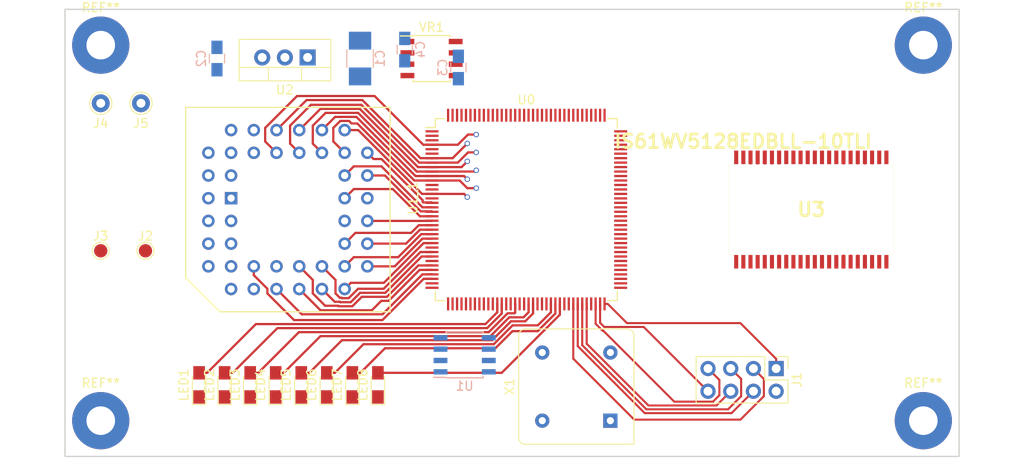
<source format=kicad_pcb>
(kicad_pcb (version 4) (host pcbnew 4.0.7-e2-6376~58~ubuntu16.04.1)

  (general
    (links 90)
    (no_connects 51)
    (area 42.657143 48.825 157.342858 101.275)
    (thickness 1.6)
    (drawings 4)
    (tracks 254)
    (zones 0)
    (modules 28)
    (nets 70)
  )

  (page A4)
  (layers
    (0 F.Cu signal)
    (31 B.Cu signal)
    (32 B.Adhes user)
    (33 F.Adhes user)
    (34 B.Paste user)
    (35 F.Paste user)
    (36 B.SilkS user)
    (37 F.SilkS user)
    (38 B.Mask user)
    (39 F.Mask user)
    (40 Dwgs.User user)
    (41 Cmts.User user)
    (42 Eco1.User user)
    (43 Eco2.User user)
    (44 Edge.Cuts user)
    (45 Margin user)
    (46 B.CrtYd user)
    (47 F.CrtYd user)
    (48 B.Fab user)
    (49 F.Fab user)
  )

  (setup
    (last_trace_width 0.25)
    (user_trace_width 0.127)
    (user_trace_width 0.2286)
    (trace_clearance 0.2)
    (zone_clearance 0.508)
    (zone_45_only no)
    (trace_min 0.127)
    (segment_width 0.2)
    (edge_width 0.15)
    (via_size 0.6)
    (via_drill 0.4)
    (via_min_size 0.6)
    (via_min_drill 0.3)
    (uvia_size 0.3)
    (uvia_drill 0.1)
    (uvias_allowed no)
    (uvia_min_size 0.2)
    (uvia_min_drill 0.1)
    (pcb_text_width 0.3)
    (pcb_text_size 1.5 1.5)
    (mod_edge_width 0.15)
    (mod_text_size 1 1)
    (mod_text_width 0.15)
    (pad_size 1.524 1.524)
    (pad_drill 0.762)
    (pad_to_mask_clearance 0.2)
    (aux_axis_origin 0 0)
    (visible_elements FFFFFF7F)
    (pcbplotparams
      (layerselection 0x00030_80000001)
      (usegerberextensions false)
      (excludeedgelayer true)
      (linewidth 0.150000)
      (plotframeref false)
      (viasonmask false)
      (mode 1)
      (useauxorigin false)
      (hpglpennumber 1)
      (hpglpenspeed 20)
      (hpglpendiameter 15)
      (hpglpenoverlay 2)
      (psnegative false)
      (psa4output false)
      (plotreference true)
      (plotvalue true)
      (plotinvisibletext false)
      (padsonsilk false)
      (subtractmaskfromsilk false)
      (outputformat 1)
      (mirror false)
      (drillshape 1)
      (scaleselection 1)
      (outputdirectory ""))
  )

  (net 0 "")
  (net 1 VIN)
  (net 2 N$19)
  (net 3 N$20)
  (net 4 N$21)
  (net 5 N$22)
  (net 6 N$23)
  (net 7 N$5)
  (net 8 N$6)
  (net 9 N$7)
  (net 10 N$2)
  (net 11 N$3)
  (net 12 N$1)
  (net 13 N$4)
  (net 14 N$17)
  (net 15 N$18)
  (net 16 N$9)
  (net 17 N$10)
  (net 18 N$11)
  (net 19 N$12)
  (net 20 N$13)
  (net 21 N$14)
  (net 22 N$15)
  (net 23 N$16)
  (net 24 data0)
  (net 25 data1)
  (net 26 data2)
  (net 27 data3)
  (net 28 data4)
  (net 29 data5)
  (net 30 data6)
  (net 31 data7)
  (net 32 addr_c15)
  (net 33 addr_c14)
  (net 34 addr_c13)
  (net 35 addr_c12)
  (net 36 addr_c11)
  (net 37 addr_c10)
  (net 38 addr_c9)
  (net 39 addr_c8)
  (net 40 addr_c7)
  (net 41 addr_c6)
  (net 42 addr_c5)
  (net 43 addr_c4)
  (net 44 addr_c3)
  (net 45 addr_c2)
  (net 46 addr_c1)
  (net 47 addr_c0)
  (net 48 N$24)
  (net 49 N$25)
  (net 50 N$8)
  (net 51 addr_b15)
  (net 52 addr_b14)
  (net 53 addr_b13)
  (net 54 addr_b12)
  (net 55 addr_b11)
  (net 56 addr_b10)
  (net 57 addr_b9)
  (net 58 addr_b8)
  (net 59 addr_b7)
  (net 60 addr_b6)
  (net 61 addr_b5)
  (net 62 addr_b4)
  (net 63 addr_b3)
  (net 64 addr_b2)
  (net 65 addr_b1)
  (net 66 addr_b0)
  (net 67 addr_b16)
  (net 68 addr_b17)
  (net 69 addr_b18)

  (net_class Default "This is the default net class."
    (clearance 0.2)
    (trace_width 0.25)
    (via_dia 0.6)
    (via_drill 0.4)
    (uvia_dia 0.3)
    (uvia_drill 0.1)
    (add_net N$1)
    (add_net N$10)
    (add_net N$11)
    (add_net N$12)
    (add_net N$13)
    (add_net N$14)
    (add_net N$15)
    (add_net N$16)
    (add_net N$17)
    (add_net N$18)
    (add_net N$19)
    (add_net N$2)
    (add_net N$20)
    (add_net N$21)
    (add_net N$22)
    (add_net N$23)
    (add_net N$24)
    (add_net N$25)
    (add_net N$3)
    (add_net N$4)
    (add_net N$5)
    (add_net N$6)
    (add_net N$7)
    (add_net N$8)
    (add_net N$9)
    (add_net VIN)
    (add_net addr_b0)
    (add_net addr_b1)
    (add_net addr_b10)
    (add_net addr_b11)
    (add_net addr_b12)
    (add_net addr_b13)
    (add_net addr_b14)
    (add_net addr_b15)
    (add_net addr_b16)
    (add_net addr_b17)
    (add_net addr_b18)
    (add_net addr_b2)
    (add_net addr_b3)
    (add_net addr_b4)
    (add_net addr_b5)
    (add_net addr_b6)
    (add_net addr_b7)
    (add_net addr_b8)
    (add_net addr_b9)
    (add_net addr_c0)
    (add_net addr_c1)
    (add_net addr_c10)
    (add_net addr_c11)
    (add_net addr_c12)
    (add_net addr_c13)
    (add_net addr_c14)
    (add_net addr_c15)
    (add_net addr_c2)
    (add_net addr_c3)
    (add_net addr_c4)
    (add_net addr_c5)
    (add_net addr_c6)
    (add_net addr_c7)
    (add_net addr_c8)
    (add_net addr_c9)
    (add_net data0)
    (add_net data1)
    (add_net data2)
    (add_net data3)
    (add_net data4)
    (add_net data5)
    (add_net data6)
    (add_net data7)
  )

  (module Mounting_Holes:MountingHole_3.2mm_M3_Pad locked (layer F.Cu) (tedit 56D1B4CB) (tstamp 5B331399)
    (at 146 54)
    (descr "Mounting Hole 3.2mm, M3")
    (tags "mounting hole 3.2mm m3")
    (attr virtual)
    (fp_text reference REF** (at 0 -4.2) (layer F.SilkS)
      (effects (font (size 1 1) (thickness 0.15)))
    )
    (fp_text value MountingHole_3.2mm_M3_Pad (at 0 4.2) (layer F.Fab)
      (effects (font (size 1 1) (thickness 0.15)))
    )
    (fp_text user %R (at 0.3 0) (layer F.Fab)
      (effects (font (size 1 1) (thickness 0.15)))
    )
    (fp_circle (center 0 0) (end 3.2 0) (layer Cmts.User) (width 0.15))
    (fp_circle (center 0 0) (end 3.45 0) (layer F.CrtYd) (width 0.05))
    (pad 1 thru_hole circle (at 0 0) (size 6.4 6.4) (drill 3.2) (layers *.Cu *.Mask))
  )

  (module Mounting_Holes:MountingHole_3.2mm_M3_Pad locked (layer F.Cu) (tedit 56D1B4CB) (tstamp 5B331392)
    (at 146 96)
    (descr "Mounting Hole 3.2mm, M3")
    (tags "mounting hole 3.2mm m3")
    (attr virtual)
    (fp_text reference REF** (at 0 -4.2) (layer F.SilkS)
      (effects (font (size 1 1) (thickness 0.15)))
    )
    (fp_text value MountingHole_3.2mm_M3_Pad (at 0 4.2) (layer F.Fab)
      (effects (font (size 1 1) (thickness 0.15)))
    )
    (fp_text user %R (at 0.3 0) (layer F.Fab)
      (effects (font (size 1 1) (thickness 0.15)))
    )
    (fp_circle (center 0 0) (end 3.2 0) (layer Cmts.User) (width 0.15))
    (fp_circle (center 0 0) (end 3.45 0) (layer F.CrtYd) (width 0.05))
    (pad 1 thru_hole circle (at 0 0) (size 6.4 6.4) (drill 3.2) (layers *.Cu *.Mask))
  )

  (module Mounting_Holes:MountingHole_3.2mm_M3_Pad locked (layer F.Cu) (tedit 56D1B4CB) (tstamp 5B33138B)
    (at 54 96)
    (descr "Mounting Hole 3.2mm, M3")
    (tags "mounting hole 3.2mm m3")
    (attr virtual)
    (fp_text reference REF** (at 0 -4.2) (layer F.SilkS)
      (effects (font (size 1 1) (thickness 0.15)))
    )
    (fp_text value MountingHole_3.2mm_M3_Pad (at 0 4.2) (layer F.Fab)
      (effects (font (size 1 1) (thickness 0.15)))
    )
    (fp_text user %R (at 0.3 0) (layer F.Fab)
      (effects (font (size 1 1) (thickness 0.15)))
    )
    (fp_circle (center 0 0) (end 3.2 0) (layer Cmts.User) (width 0.15))
    (fp_circle (center 0 0) (end 3.45 0) (layer F.CrtYd) (width 0.05))
    (pad 1 thru_hole circle (at 0 0) (size 6.4 6.4) (drill 3.2) (layers *.Cu *.Mask))
  )

  (module C_0805_HandSoldering placed (layer B.Cu) (tedit 58AA84A8) (tstamp 5B2DD013)
    (at 67 55.5 270)
    (descr "Capacitor SMD 0805, hand soldering")
    (tags "capacitor 0805")
    (path /top/powerSupply0/reg3v30/17875331205285590348)
    (attr smd)
    (fp_text reference C2 (at 0 1.75 270) (layer B.SilkS)
      (effects (font (size 1 1) (thickness 0.15)) (justify mirror))
    )
    (fp_text value 22uF/10V (at 0 -1.75 270) (layer B.Fab)
      (effects (font (size 1 1) (thickness 0.15)) (justify mirror))
    )
    (fp_text user %R (at 0 1.75 270) (layer B.Fab)
      (effects (font (size 1 1) (thickness 0.15)) (justify mirror))
    )
    (fp_line (start -1 -0.62) (end -1 0.62) (layer B.Fab) (width 0.1))
    (fp_line (start 1 -0.62) (end -1 -0.62) (layer B.Fab) (width 0.1))
    (fp_line (start 1 0.62) (end 1 -0.62) (layer B.Fab) (width 0.1))
    (fp_line (start -1 0.62) (end 1 0.62) (layer B.Fab) (width 0.1))
    (fp_line (start 0.5 0.85) (end -0.5 0.85) (layer B.SilkS) (width 0.12))
    (fp_line (start -0.5 -0.85) (end 0.5 -0.85) (layer B.SilkS) (width 0.12))
    (fp_line (start -2.25 0.88) (end 2.25 0.88) (layer B.CrtYd) (width 0.05))
    (fp_line (start -2.25 0.88) (end -2.25 -0.87) (layer B.CrtYd) (width 0.05))
    (fp_line (start 2.25 -0.87) (end 2.25 0.88) (layer B.CrtYd) (width 0.05))
    (fp_line (start 2.25 -0.87) (end -2.25 -0.87) (layer B.CrtYd) (width 0.05))
    (pad 1 smd rect (at -1.25 0 270) (size 1.5 1.25) (layers B.Cu B.Paste B.Mask)
      (net 2 N$19))
    (pad 2 smd rect (at 1.25 0 270) (size 1.5 1.25) (layers B.Cu B.Paste B.Mask)
      (net 15 N$18))
    (model Capacitors_SMD.3dshapes/C_0805.wrl
      (at (xyz 0 0 0))
      (scale (xyz 1 1 1))
      (rotate (xyz 0 0 0))
    )
  )

  (module C_0805_HandSoldering placed (layer B.Cu) (tedit 58AA84A8) (tstamp 5B2DD024)
    (at 94 56.5 270)
    (descr "Capacitor SMD 0805, hand soldering")
    (tags "capacitor 0805")
    (path /top/powerSupply0/reg1v20/12817852698433237247)
    (attr smd)
    (fp_text reference C3 (at 0 1.75 270) (layer B.SilkS)
      (effects (font (size 1 1) (thickness 0.15)) (justify mirror))
    )
    (fp_text value 1uF (at 0 -1.75 270) (layer B.Fab)
      (effects (font (size 1 1) (thickness 0.15)) (justify mirror))
    )
    (fp_text user %R (at 0 1.75 270) (layer B.Fab)
      (effects (font (size 1 1) (thickness 0.15)) (justify mirror))
    )
    (fp_line (start -1 -0.62) (end -1 0.62) (layer B.Fab) (width 0.1))
    (fp_line (start 1 -0.62) (end -1 -0.62) (layer B.Fab) (width 0.1))
    (fp_line (start 1 0.62) (end 1 -0.62) (layer B.Fab) (width 0.1))
    (fp_line (start -1 0.62) (end 1 0.62) (layer B.Fab) (width 0.1))
    (fp_line (start 0.5 0.85) (end -0.5 0.85) (layer B.SilkS) (width 0.12))
    (fp_line (start -0.5 -0.85) (end 0.5 -0.85) (layer B.SilkS) (width 0.12))
    (fp_line (start -2.25 0.88) (end 2.25 0.88) (layer B.CrtYd) (width 0.05))
    (fp_line (start -2.25 0.88) (end -2.25 -0.87) (layer B.CrtYd) (width 0.05))
    (fp_line (start 2.25 -0.87) (end 2.25 0.88) (layer B.CrtYd) (width 0.05))
    (fp_line (start 2.25 -0.87) (end -2.25 -0.87) (layer B.CrtYd) (width 0.05))
    (pad 1 smd rect (at -1.25 0 270) (size 1.5 1.25) (layers B.Cu B.Paste B.Mask)
      (net 3 N$20))
    (pad 2 smd rect (at 1.25 0 270) (size 1.5 1.25) (layers B.Cu B.Paste B.Mask)
      (net 4 N$21))
    (model Capacitors_SMD.3dshapes/C_0805.wrl
      (at (xyz 0 0 0))
      (scale (xyz 1 1 1))
      (rotate (xyz 0 0 0))
    )
  )

  (module C_0805_HandSoldering placed (layer B.Cu) (tedit 58AA84A8) (tstamp 5B2DD035)
    (at 88 54.5 90)
    (descr "Capacitor SMD 0805, hand soldering")
    (tags "capacitor 0805")
    (path /top/powerSupply0/reg1v20/1160003632131576186)
    (attr smd)
    (fp_text reference C4 (at 0 1.75 90) (layer B.SilkS)
      (effects (font (size 1 1) (thickness 0.15)) (justify mirror))
    )
    (fp_text value 1uF (at 0 -1.75 90) (layer B.Fab)
      (effects (font (size 1 1) (thickness 0.15)) (justify mirror))
    )
    (fp_text user %R (at 0 1.75 90) (layer B.Fab)
      (effects (font (size 1 1) (thickness 0.15)) (justify mirror))
    )
    (fp_line (start -1 -0.62) (end -1 0.62) (layer B.Fab) (width 0.1))
    (fp_line (start 1 -0.62) (end -1 -0.62) (layer B.Fab) (width 0.1))
    (fp_line (start 1 0.62) (end 1 -0.62) (layer B.Fab) (width 0.1))
    (fp_line (start -1 0.62) (end 1 0.62) (layer B.Fab) (width 0.1))
    (fp_line (start 0.5 0.85) (end -0.5 0.85) (layer B.SilkS) (width 0.12))
    (fp_line (start -0.5 -0.85) (end 0.5 -0.85) (layer B.SilkS) (width 0.12))
    (fp_line (start -2.25 0.88) (end 2.25 0.88) (layer B.CrtYd) (width 0.05))
    (fp_line (start -2.25 0.88) (end -2.25 -0.87) (layer B.CrtYd) (width 0.05))
    (fp_line (start 2.25 -0.87) (end 2.25 0.88) (layer B.CrtYd) (width 0.05))
    (fp_line (start 2.25 -0.87) (end -2.25 -0.87) (layer B.CrtYd) (width 0.05))
    (pad 1 smd rect (at -1.25 0 90) (size 1.5 1.25) (layers B.Cu B.Paste B.Mask)
      (net 5 N$22))
    (pad 2 smd rect (at 1.25 0 90) (size 1.5 1.25) (layers B.Cu B.Paste B.Mask)
      (net 4 N$21))
    (model Capacitors_SMD.3dshapes/C_0805.wrl
      (at (xyz 0 0 0))
      (scale (xyz 1 1 1))
      (rotate (xyz 0 0 0))
    )
  )

  (module Pin_Header_Straight_2x04_Pitch2.54mm placed (layer F.Cu) (tedit 59650532) (tstamp 5B2DD053)
    (at 129.54 90.17 270)
    (descr "Through hole straight pin header, 2x04, 2.54mm pitch, double rows")
    (tags "Through hole pin header THT 2x04 2.54mm double row")
    (path /top/programmingHeader0/4891879844575709988)
    (fp_text reference J1 (at 1.27 -2.33 270) (layer F.SilkS)
      (effects (font (size 1 1) (thickness 0.15)))
    )
    (fp_text value "Programming Header" (at 1.27 9.95 270) (layer F.Fab)
      (effects (font (size 1 1) (thickness 0.15)))
    )
    (fp_line (start 0 -1.27) (end 3.81 -1.27) (layer F.Fab) (width 0.1))
    (fp_line (start 3.81 -1.27) (end 3.81 8.89) (layer F.Fab) (width 0.1))
    (fp_line (start 3.81 8.89) (end -1.27 8.89) (layer F.Fab) (width 0.1))
    (fp_line (start -1.27 8.89) (end -1.27 0) (layer F.Fab) (width 0.1))
    (fp_line (start -1.27 0) (end 0 -1.27) (layer F.Fab) (width 0.1))
    (fp_line (start -1.33 8.95) (end 3.87 8.95) (layer F.SilkS) (width 0.12))
    (fp_line (start -1.33 1.27) (end -1.33 8.95) (layer F.SilkS) (width 0.12))
    (fp_line (start 3.87 -1.33) (end 3.87 8.95) (layer F.SilkS) (width 0.12))
    (fp_line (start -1.33 1.27) (end 1.27 1.27) (layer F.SilkS) (width 0.12))
    (fp_line (start 1.27 1.27) (end 1.27 -1.33) (layer F.SilkS) (width 0.12))
    (fp_line (start 1.27 -1.33) (end 3.87 -1.33) (layer F.SilkS) (width 0.12))
    (fp_line (start -1.33 0) (end -1.33 -1.33) (layer F.SilkS) (width 0.12))
    (fp_line (start -1.33 -1.33) (end 0 -1.33) (layer F.SilkS) (width 0.12))
    (fp_line (start -1.8 -1.8) (end -1.8 9.4) (layer F.CrtYd) (width 0.05))
    (fp_line (start -1.8 9.4) (end 4.35 9.4) (layer F.CrtYd) (width 0.05))
    (fp_line (start 4.35 9.4) (end 4.35 -1.8) (layer F.CrtYd) (width 0.05))
    (fp_line (start 4.35 -1.8) (end -1.8 -1.8) (layer F.CrtYd) (width 0.05))
    (fp_text user %R (at 1.27 3.81 360) (layer F.Fab)
      (effects (font (size 1 1) (thickness 0.15)))
    )
    (pad 1 thru_hole rect (at 0 0 270) (size 1.7 1.7) (drill 1) (layers *.Cu *.Mask)
      (net 7 N$5))
    (pad 2 thru_hole oval (at 2.54 0 270) (size 1.7 1.7) (drill 1) (layers *.Cu *.Mask))
    (pad 3 thru_hole oval (at 0 2.54 270) (size 1.7 1.7) (drill 1) (layers *.Cu *.Mask)
      (net 8 N$6))
    (pad 4 thru_hole oval (at 2.54 2.54 270) (size 1.7 1.7) (drill 1) (layers *.Cu *.Mask)
      (net 9 N$7))
    (pad 5 thru_hole oval (at 0 5.08 270) (size 1.7 1.7) (drill 1) (layers *.Cu *.Mask)
      (net 10 N$2))
    (pad 6 thru_hole oval (at 2.54 5.08 270) (size 1.7 1.7) (drill 1) (layers *.Cu *.Mask)
      (net 11 N$3))
    (pad 7 thru_hole oval (at 0 7.62 270) (size 1.7 1.7) (drill 1) (layers *.Cu *.Mask)
      (net 12 N$1))
    (pad 8 thru_hole oval (at 2.54 7.62 270) (size 1.7 1.7) (drill 1) (layers *.Cu *.Mask)
      (net 13 N$4))
    (model ${KISYS3DMOD}/Pin_Headers.3dshapes/Pin_Header_Straight_2x04_Pitch2.54mm.wrl
      (at (xyz 0 0 0))
      (scale (xyz 1 1 1))
      (rotate (xyz 0 0 0))
    )
  )

  (module Test_Point_Pad_d1.5mm placed (layer F.Cu) (tedit 59B53D7B) (tstamp 5B2DD05B)
    (at 59 77)
    (descr "SMD pad as test Point, diameter 1.5mm")
    (tags "test point SMD pad")
    (path /top/testPoint0/5304760917021790010)
    (attr virtual)
    (fp_text reference J2 (at 0 -1.648) (layer F.SilkS)
      (effects (font (size 1 1) (thickness 0.15)))
    )
    (fp_text value RDY (at 0 1.75) (layer F.Fab)
      (effects (font (size 1 1) (thickness 0.15)))
    )
    (fp_text user %R (at 0 -1.65) (layer F.Fab)
      (effects (font (size 1 1) (thickness 0.15)))
    )
    (fp_circle (center 0 0) (end 1.25 0) (layer F.CrtYd) (width 0.05))
    (fp_circle (center 0 0) (end 0 0.95) (layer F.SilkS) (width 0.12))
    (pad 1 smd circle (at 0 0) (size 1.5 1.5) (layers F.Cu F.Mask)
      (net 23 N$16))
  )

  (module Test_Point_Pad_d1.5mm placed (layer F.Cu) (tedit 59B53D7B) (tstamp 5B2DD063)
    (at 54 77)
    (descr "SMD pad as test Point, diameter 1.5mm")
    (tags "test point SMD pad")
    (path /top/testPoint1/13353109575718196316)
    (attr virtual)
    (fp_text reference J3 (at 0 -1.648) (layer F.SilkS)
      (effects (font (size 1 1) (thickness 0.15)))
    )
    (fp_text value RESB (at 0 1.75) (layer F.Fab)
      (effects (font (size 1 1) (thickness 0.15)))
    )
    (fp_text user %R (at 0 -1.65) (layer F.Fab)
      (effects (font (size 1 1) (thickness 0.15)))
    )
    (fp_circle (center 0 0) (end 1.25 0) (layer F.CrtYd) (width 0.05))
    (fp_circle (center 0 0) (end 0 0.95) (layer F.SilkS) (width 0.12))
    (pad 1 smd circle (at 0 0) (size 1.5 1.5) (layers F.Cu F.Mask)
      (net 14 N$17))
  )

  (module Pin_d1.0mm_L10.0mm placed (layer F.Cu) (tedit 59B3E075) (tstamp 5B2DD06D)
    (at 54 60.5)
    (descr "solder Pin_ diameter 1.0mm, hole diameter 1.0mm (press fit), length 10.0mm")
    (tags "solder Pin_ press fit")
    (path /top/powerSupply0/11321418893885950329)
    (fp_text reference J4 (at 0 2.25) (layer F.SilkS)
      (effects (font (size 1 1) (thickness 0.15)))
    )
    (fp_text value VIN (at 0 -2.05) (layer F.Fab)
      (effects (font (size 1 1) (thickness 0.15)))
    )
    (fp_text user %R (at 0 2.25) (layer F.Fab)
      (effects (font (size 1 1) (thickness 0.15)))
    )
    (fp_circle (center 0 0) (end 1.5 0) (layer F.CrtYd) (width 0.05))
    (fp_circle (center 0 0) (end 0.5 0) (layer F.Fab) (width 0.12))
    (fp_circle (center 0 0) (end 1 0) (layer F.Fab) (width 0.12))
    (fp_circle (center 0 0) (end 1.25 0.05) (layer F.SilkS) (width 0.12))
    (pad 1 thru_hole circle (at 0 0) (size 2 2) (drill 1) (layers *.Cu *.Mask)
      (net 1 VIN))
    (model ${KISYS3DMOD}/Connectors.3dshapes/Pin_d1.0mm_L10.0mm.wrl
      (at (xyz 0 0 0))
      (scale (xyz 1 1 1))
      (rotate (xyz 0 0 0))
    )
  )

  (module Pin_d1.0mm_L10.0mm placed (layer F.Cu) (tedit 59B3E075) (tstamp 5B2DD077)
    (at 58.5 60.5)
    (descr "solder Pin_ diameter 1.0mm, hole diameter 1.0mm (press fit), length 10.0mm")
    (tags "solder Pin_ press fit")
    (path /top/powerSupply0/10940544581675644715)
    (fp_text reference J5 (at 0 2.25) (layer F.SilkS)
      (effects (font (size 1 1) (thickness 0.15)))
    )
    (fp_text value GND (at 0 -2.05) (layer F.Fab)
      (effects (font (size 1 1) (thickness 0.15)))
    )
    (fp_text user %R (at 0 2.25) (layer F.Fab)
      (effects (font (size 1 1) (thickness 0.15)))
    )
    (fp_circle (center 0 0) (end 1.5 0) (layer F.CrtYd) (width 0.05))
    (fp_circle (center 0 0) (end 0.5 0) (layer F.Fab) (width 0.12))
    (fp_circle (center 0 0) (end 1 0) (layer F.Fab) (width 0.12))
    (fp_circle (center 0 0) (end 1.25 0.05) (layer F.SilkS) (width 0.12))
    (pad 1 thru_hole circle (at 0 0) (size 2 2) (drill 1) (layers *.Cu *.Mask))
    (model ${KISYS3DMOD}/Connectors.3dshapes/Pin_d1.0mm_L10.0mm.wrl
      (at (xyz 0 0 0))
      (scale (xyz 1 1 1))
      (rotate (xyz 0 0 0))
    )
  )

  (module LED_0805_HandSoldering placed (layer F.Cu) (tedit 595FCA25) (tstamp 5B2DD08C)
    (at 65 92 90)
    (descr "Resistor SMD 0805, hand soldering")
    (tags "resistor 0805")
    (path /top/ledPeripheral0/led0/6738633110377873978)
    (attr smd)
    (fp_text reference LED1 (at 0 -1.7 90) (layer F.SilkS)
      (effects (font (size 1 1) (thickness 0.15)))
    )
    (fp_text value LED (at 0 1.75 90) (layer F.Fab)
      (effects (font (size 1 1) (thickness 0.15)))
    )
    (fp_line (start -0.4 -0.4) (end -0.4 0.4) (layer F.Fab) (width 0.1))
    (fp_line (start -0.4 0) (end 0.2 -0.4) (layer F.Fab) (width 0.1))
    (fp_line (start 0.2 0.4) (end -0.4 0) (layer F.Fab) (width 0.1))
    (fp_line (start 0.2 -0.4) (end 0.2 0.4) (layer F.Fab) (width 0.1))
    (fp_line (start -1 0.62) (end -1 -0.62) (layer F.Fab) (width 0.1))
    (fp_line (start 1 0.62) (end -1 0.62) (layer F.Fab) (width 0.1))
    (fp_line (start 1 -0.62) (end 1 0.62) (layer F.Fab) (width 0.1))
    (fp_line (start -1 -0.62) (end 1 -0.62) (layer F.Fab) (width 0.1))
    (fp_line (start 1 0.75) (end -2.2 0.75) (layer F.SilkS) (width 0.12))
    (fp_line (start -2.2 -0.75) (end 1 -0.75) (layer F.SilkS) (width 0.12))
    (fp_line (start -2.35 -0.9) (end 2.35 -0.9) (layer F.CrtYd) (width 0.05))
    (fp_line (start -2.35 -0.9) (end -2.35 0.9) (layer F.CrtYd) (width 0.05))
    (fp_line (start 2.35 0.9) (end 2.35 -0.9) (layer F.CrtYd) (width 0.05))
    (fp_line (start 2.35 0.9) (end -2.35 0.9) (layer F.CrtYd) (width 0.05))
    (fp_line (start -2.2 -0.75) (end -2.2 0.75) (layer F.SilkS) (width 0.12))
    (pad 1 smd rect (at -1.35 0 90) (size 1.5 1.3) (layers F.Cu F.Paste F.Mask))
    (pad 2 smd rect (at 1.35 0 90) (size 1.5 1.3) (layers F.Cu F.Paste F.Mask)
      (net 16 N$9))
    (model ${KISYS3DMOD}/LEDs.3dshapes/LED_0805.wrl
      (at (xyz 0 0 0))
      (scale (xyz 1 1 1))
      (rotate (xyz 0 0 0))
    )
  )

  (module LED_0805_HandSoldering placed (layer F.Cu) (tedit 595FCA25) (tstamp 5B2DD0A1)
    (at 67.857142 92 90)
    (descr "Resistor SMD 0805, hand soldering")
    (tags "resistor 0805")
    (path /top/ledPeripheral0/led1/14371450879042393795)
    (attr smd)
    (fp_text reference LED2 (at 0 -1.7 90) (layer F.SilkS)
      (effects (font (size 1 1) (thickness 0.15)))
    )
    (fp_text value LED (at 0 1.75 90) (layer F.Fab)
      (effects (font (size 1 1) (thickness 0.15)))
    )
    (fp_line (start -0.4 -0.4) (end -0.4 0.4) (layer F.Fab) (width 0.1))
    (fp_line (start -0.4 0) (end 0.2 -0.4) (layer F.Fab) (width 0.1))
    (fp_line (start 0.2 0.4) (end -0.4 0) (layer F.Fab) (width 0.1))
    (fp_line (start 0.2 -0.4) (end 0.2 0.4) (layer F.Fab) (width 0.1))
    (fp_line (start -1 0.62) (end -1 -0.62) (layer F.Fab) (width 0.1))
    (fp_line (start 1 0.62) (end -1 0.62) (layer F.Fab) (width 0.1))
    (fp_line (start 1 -0.62) (end 1 0.62) (layer F.Fab) (width 0.1))
    (fp_line (start -1 -0.62) (end 1 -0.62) (layer F.Fab) (width 0.1))
    (fp_line (start 1 0.75) (end -2.2 0.75) (layer F.SilkS) (width 0.12))
    (fp_line (start -2.2 -0.75) (end 1 -0.75) (layer F.SilkS) (width 0.12))
    (fp_line (start -2.35 -0.9) (end 2.35 -0.9) (layer F.CrtYd) (width 0.05))
    (fp_line (start -2.35 -0.9) (end -2.35 0.9) (layer F.CrtYd) (width 0.05))
    (fp_line (start 2.35 0.9) (end 2.35 -0.9) (layer F.CrtYd) (width 0.05))
    (fp_line (start 2.35 0.9) (end -2.35 0.9) (layer F.CrtYd) (width 0.05))
    (fp_line (start -2.2 -0.75) (end -2.2 0.75) (layer F.SilkS) (width 0.12))
    (pad 1 smd rect (at -1.35 0 90) (size 1.5 1.3) (layers F.Cu F.Paste F.Mask))
    (pad 2 smd rect (at 1.35 0 90) (size 1.5 1.3) (layers F.Cu F.Paste F.Mask)
      (net 17 N$10))
    (model ${KISYS3DMOD}/LEDs.3dshapes/LED_0805.wrl
      (at (xyz 0 0 0))
      (scale (xyz 1 1 1))
      (rotate (xyz 0 0 0))
    )
  )

  (module LED_0805_HandSoldering placed (layer F.Cu) (tedit 595FCA25) (tstamp 5B2DD0B6)
    (at 70.714284 92 90)
    (descr "Resistor SMD 0805, hand soldering")
    (tags "resistor 0805")
    (path /top/ledPeripheral0/led2/10102491836915041024)
    (attr smd)
    (fp_text reference LED3 (at 0 -1.7 90) (layer F.SilkS)
      (effects (font (size 1 1) (thickness 0.15)))
    )
    (fp_text value LED (at 0 1.75 90) (layer F.Fab)
      (effects (font (size 1 1) (thickness 0.15)))
    )
    (fp_line (start -0.4 -0.4) (end -0.4 0.4) (layer F.Fab) (width 0.1))
    (fp_line (start -0.4 0) (end 0.2 -0.4) (layer F.Fab) (width 0.1))
    (fp_line (start 0.2 0.4) (end -0.4 0) (layer F.Fab) (width 0.1))
    (fp_line (start 0.2 -0.4) (end 0.2 0.4) (layer F.Fab) (width 0.1))
    (fp_line (start -1 0.62) (end -1 -0.62) (layer F.Fab) (width 0.1))
    (fp_line (start 1 0.62) (end -1 0.62) (layer F.Fab) (width 0.1))
    (fp_line (start 1 -0.62) (end 1 0.62) (layer F.Fab) (width 0.1))
    (fp_line (start -1 -0.62) (end 1 -0.62) (layer F.Fab) (width 0.1))
    (fp_line (start 1 0.75) (end -2.2 0.75) (layer F.SilkS) (width 0.12))
    (fp_line (start -2.2 -0.75) (end 1 -0.75) (layer F.SilkS) (width 0.12))
    (fp_line (start -2.35 -0.9) (end 2.35 -0.9) (layer F.CrtYd) (width 0.05))
    (fp_line (start -2.35 -0.9) (end -2.35 0.9) (layer F.CrtYd) (width 0.05))
    (fp_line (start 2.35 0.9) (end 2.35 -0.9) (layer F.CrtYd) (width 0.05))
    (fp_line (start 2.35 0.9) (end -2.35 0.9) (layer F.CrtYd) (width 0.05))
    (fp_line (start -2.2 -0.75) (end -2.2 0.75) (layer F.SilkS) (width 0.12))
    (pad 1 smd rect (at -1.35 0 90) (size 1.5 1.3) (layers F.Cu F.Paste F.Mask))
    (pad 2 smd rect (at 1.35 0 90) (size 1.5 1.3) (layers F.Cu F.Paste F.Mask)
      (net 18 N$11))
    (model ${KISYS3DMOD}/LEDs.3dshapes/LED_0805.wrl
      (at (xyz 0 0 0))
      (scale (xyz 1 1 1))
      (rotate (xyz 0 0 0))
    )
  )

  (module LED_0805_HandSoldering placed (layer F.Cu) (tedit 595FCA25) (tstamp 5B2DD0CB)
    (at 73.571426 92 90)
    (descr "Resistor SMD 0805, hand soldering")
    (tags "resistor 0805")
    (path /top/ledPeripheral0/led3/8292590914791498680)
    (attr smd)
    (fp_text reference LED4 (at 0 -1.7 90) (layer F.SilkS)
      (effects (font (size 1 1) (thickness 0.15)))
    )
    (fp_text value LED (at 0 1.75 90) (layer F.Fab)
      (effects (font (size 1 1) (thickness 0.15)))
    )
    (fp_line (start -0.4 -0.4) (end -0.4 0.4) (layer F.Fab) (width 0.1))
    (fp_line (start -0.4 0) (end 0.2 -0.4) (layer F.Fab) (width 0.1))
    (fp_line (start 0.2 0.4) (end -0.4 0) (layer F.Fab) (width 0.1))
    (fp_line (start 0.2 -0.4) (end 0.2 0.4) (layer F.Fab) (width 0.1))
    (fp_line (start -1 0.62) (end -1 -0.62) (layer F.Fab) (width 0.1))
    (fp_line (start 1 0.62) (end -1 0.62) (layer F.Fab) (width 0.1))
    (fp_line (start 1 -0.62) (end 1 0.62) (layer F.Fab) (width 0.1))
    (fp_line (start -1 -0.62) (end 1 -0.62) (layer F.Fab) (width 0.1))
    (fp_line (start 1 0.75) (end -2.2 0.75) (layer F.SilkS) (width 0.12))
    (fp_line (start -2.2 -0.75) (end 1 -0.75) (layer F.SilkS) (width 0.12))
    (fp_line (start -2.35 -0.9) (end 2.35 -0.9) (layer F.CrtYd) (width 0.05))
    (fp_line (start -2.35 -0.9) (end -2.35 0.9) (layer F.CrtYd) (width 0.05))
    (fp_line (start 2.35 0.9) (end 2.35 -0.9) (layer F.CrtYd) (width 0.05))
    (fp_line (start 2.35 0.9) (end -2.35 0.9) (layer F.CrtYd) (width 0.05))
    (fp_line (start -2.2 -0.75) (end -2.2 0.75) (layer F.SilkS) (width 0.12))
    (pad 1 smd rect (at -1.35 0 90) (size 1.5 1.3) (layers F.Cu F.Paste F.Mask))
    (pad 2 smd rect (at 1.35 0 90) (size 1.5 1.3) (layers F.Cu F.Paste F.Mask)
      (net 19 N$12))
    (model ${KISYS3DMOD}/LEDs.3dshapes/LED_0805.wrl
      (at (xyz 0 0 0))
      (scale (xyz 1 1 1))
      (rotate (xyz 0 0 0))
    )
  )

  (module LED_0805_HandSoldering placed (layer F.Cu) (tedit 595FCA25) (tstamp 5B2DD0E0)
    (at 76.428568 92 90)
    (descr "Resistor SMD 0805, hand soldering")
    (tags "resistor 0805")
    (path /top/ledPeripheral0/led4/15350236841079397132)
    (attr smd)
    (fp_text reference LED5 (at 0 -1.7 90) (layer F.SilkS)
      (effects (font (size 1 1) (thickness 0.15)))
    )
    (fp_text value LED (at 0 1.75 90) (layer F.Fab)
      (effects (font (size 1 1) (thickness 0.15)))
    )
    (fp_line (start -0.4 -0.4) (end -0.4 0.4) (layer F.Fab) (width 0.1))
    (fp_line (start -0.4 0) (end 0.2 -0.4) (layer F.Fab) (width 0.1))
    (fp_line (start 0.2 0.4) (end -0.4 0) (layer F.Fab) (width 0.1))
    (fp_line (start 0.2 -0.4) (end 0.2 0.4) (layer F.Fab) (width 0.1))
    (fp_line (start -1 0.62) (end -1 -0.62) (layer F.Fab) (width 0.1))
    (fp_line (start 1 0.62) (end -1 0.62) (layer F.Fab) (width 0.1))
    (fp_line (start 1 -0.62) (end 1 0.62) (layer F.Fab) (width 0.1))
    (fp_line (start -1 -0.62) (end 1 -0.62) (layer F.Fab) (width 0.1))
    (fp_line (start 1 0.75) (end -2.2 0.75) (layer F.SilkS) (width 0.12))
    (fp_line (start -2.2 -0.75) (end 1 -0.75) (layer F.SilkS) (width 0.12))
    (fp_line (start -2.35 -0.9) (end 2.35 -0.9) (layer F.CrtYd) (width 0.05))
    (fp_line (start -2.35 -0.9) (end -2.35 0.9) (layer F.CrtYd) (width 0.05))
    (fp_line (start 2.35 0.9) (end 2.35 -0.9) (layer F.CrtYd) (width 0.05))
    (fp_line (start 2.35 0.9) (end -2.35 0.9) (layer F.CrtYd) (width 0.05))
    (fp_line (start -2.2 -0.75) (end -2.2 0.75) (layer F.SilkS) (width 0.12))
    (pad 1 smd rect (at -1.35 0 90) (size 1.5 1.3) (layers F.Cu F.Paste F.Mask))
    (pad 2 smd rect (at 1.35 0 90) (size 1.5 1.3) (layers F.Cu F.Paste F.Mask)
      (net 20 N$13))
    (model ${KISYS3DMOD}/LEDs.3dshapes/LED_0805.wrl
      (at (xyz 0 0 0))
      (scale (xyz 1 1 1))
      (rotate (xyz 0 0 0))
    )
  )

  (module LED_0805_HandSoldering placed (layer F.Cu) (tedit 595FCA25) (tstamp 5B2DD0F5)
    (at 79.28571 92 90)
    (descr "Resistor SMD 0805, hand soldering")
    (tags "resistor 0805")
    (path /top/ledPeripheral0/led5/12502957075817874572)
    (attr smd)
    (fp_text reference LED6 (at 0 -1.7 90) (layer F.SilkS)
      (effects (font (size 1 1) (thickness 0.15)))
    )
    (fp_text value LED (at 0 1.75 90) (layer F.Fab)
      (effects (font (size 1 1) (thickness 0.15)))
    )
    (fp_line (start -0.4 -0.4) (end -0.4 0.4) (layer F.Fab) (width 0.1))
    (fp_line (start -0.4 0) (end 0.2 -0.4) (layer F.Fab) (width 0.1))
    (fp_line (start 0.2 0.4) (end -0.4 0) (layer F.Fab) (width 0.1))
    (fp_line (start 0.2 -0.4) (end 0.2 0.4) (layer F.Fab) (width 0.1))
    (fp_line (start -1 0.62) (end -1 -0.62) (layer F.Fab) (width 0.1))
    (fp_line (start 1 0.62) (end -1 0.62) (layer F.Fab) (width 0.1))
    (fp_line (start 1 -0.62) (end 1 0.62) (layer F.Fab) (width 0.1))
    (fp_line (start -1 -0.62) (end 1 -0.62) (layer F.Fab) (width 0.1))
    (fp_line (start 1 0.75) (end -2.2 0.75) (layer F.SilkS) (width 0.12))
    (fp_line (start -2.2 -0.75) (end 1 -0.75) (layer F.SilkS) (width 0.12))
    (fp_line (start -2.35 -0.9) (end 2.35 -0.9) (layer F.CrtYd) (width 0.05))
    (fp_line (start -2.35 -0.9) (end -2.35 0.9) (layer F.CrtYd) (width 0.05))
    (fp_line (start 2.35 0.9) (end 2.35 -0.9) (layer F.CrtYd) (width 0.05))
    (fp_line (start 2.35 0.9) (end -2.35 0.9) (layer F.CrtYd) (width 0.05))
    (fp_line (start -2.2 -0.75) (end -2.2 0.75) (layer F.SilkS) (width 0.12))
    (pad 1 smd rect (at -1.35 0 90) (size 1.5 1.3) (layers F.Cu F.Paste F.Mask))
    (pad 2 smd rect (at 1.35 0 90) (size 1.5 1.3) (layers F.Cu F.Paste F.Mask)
      (net 21 N$14))
    (model ${KISYS3DMOD}/LEDs.3dshapes/LED_0805.wrl
      (at (xyz 0 0 0))
      (scale (xyz 1 1 1))
      (rotate (xyz 0 0 0))
    )
  )

  (module LED_0805_HandSoldering placed (layer F.Cu) (tedit 595FCA25) (tstamp 5B2DD10A)
    (at 82.142852 92 90)
    (descr "Resistor SMD 0805, hand soldering")
    (tags "resistor 0805")
    (path /top/ledPeripheral0/led6/889252509644993696)
    (attr smd)
    (fp_text reference LED7 (at 0 -1.7 90) (layer F.SilkS)
      (effects (font (size 1 1) (thickness 0.15)))
    )
    (fp_text value LED (at 0 1.75 90) (layer F.Fab)
      (effects (font (size 1 1) (thickness 0.15)))
    )
    (fp_line (start -0.4 -0.4) (end -0.4 0.4) (layer F.Fab) (width 0.1))
    (fp_line (start -0.4 0) (end 0.2 -0.4) (layer F.Fab) (width 0.1))
    (fp_line (start 0.2 0.4) (end -0.4 0) (layer F.Fab) (width 0.1))
    (fp_line (start 0.2 -0.4) (end 0.2 0.4) (layer F.Fab) (width 0.1))
    (fp_line (start -1 0.62) (end -1 -0.62) (layer F.Fab) (width 0.1))
    (fp_line (start 1 0.62) (end -1 0.62) (layer F.Fab) (width 0.1))
    (fp_line (start 1 -0.62) (end 1 0.62) (layer F.Fab) (width 0.1))
    (fp_line (start -1 -0.62) (end 1 -0.62) (layer F.Fab) (width 0.1))
    (fp_line (start 1 0.75) (end -2.2 0.75) (layer F.SilkS) (width 0.12))
    (fp_line (start -2.2 -0.75) (end 1 -0.75) (layer F.SilkS) (width 0.12))
    (fp_line (start -2.35 -0.9) (end 2.35 -0.9) (layer F.CrtYd) (width 0.05))
    (fp_line (start -2.35 -0.9) (end -2.35 0.9) (layer F.CrtYd) (width 0.05))
    (fp_line (start 2.35 0.9) (end 2.35 -0.9) (layer F.CrtYd) (width 0.05))
    (fp_line (start 2.35 0.9) (end -2.35 0.9) (layer F.CrtYd) (width 0.05))
    (fp_line (start -2.2 -0.75) (end -2.2 0.75) (layer F.SilkS) (width 0.12))
    (pad 1 smd rect (at -1.35 0 90) (size 1.5 1.3) (layers F.Cu F.Paste F.Mask))
    (pad 2 smd rect (at 1.35 0 90) (size 1.5 1.3) (layers F.Cu F.Paste F.Mask)
      (net 50 N$8))
    (model ${KISYS3DMOD}/LEDs.3dshapes/LED_0805.wrl
      (at (xyz 0 0 0))
      (scale (xyz 1 1 1))
      (rotate (xyz 0 0 0))
    )
  )

  (module LED_0805_HandSoldering placed (layer F.Cu) (tedit 595FCA25) (tstamp 5B2DD11F)
    (at 84.999994 92 90)
    (descr "Resistor SMD 0805, hand soldering")
    (tags "resistor 0805")
    (path /top/ledPeripheral0/led7/74300921300733753)
    (attr smd)
    (fp_text reference LED8 (at 0 -1.7 90) (layer F.SilkS)
      (effects (font (size 1 1) (thickness 0.15)))
    )
    (fp_text value LED (at 0 1.75 90) (layer F.Fab)
      (effects (font (size 1 1) (thickness 0.15)))
    )
    (fp_line (start -0.4 -0.4) (end -0.4 0.4) (layer F.Fab) (width 0.1))
    (fp_line (start -0.4 0) (end 0.2 -0.4) (layer F.Fab) (width 0.1))
    (fp_line (start 0.2 0.4) (end -0.4 0) (layer F.Fab) (width 0.1))
    (fp_line (start 0.2 -0.4) (end 0.2 0.4) (layer F.Fab) (width 0.1))
    (fp_line (start -1 0.62) (end -1 -0.62) (layer F.Fab) (width 0.1))
    (fp_line (start 1 0.62) (end -1 0.62) (layer F.Fab) (width 0.1))
    (fp_line (start 1 -0.62) (end 1 0.62) (layer F.Fab) (width 0.1))
    (fp_line (start -1 -0.62) (end 1 -0.62) (layer F.Fab) (width 0.1))
    (fp_line (start 1 0.75) (end -2.2 0.75) (layer F.SilkS) (width 0.12))
    (fp_line (start -2.2 -0.75) (end 1 -0.75) (layer F.SilkS) (width 0.12))
    (fp_line (start -2.35 -0.9) (end 2.35 -0.9) (layer F.CrtYd) (width 0.05))
    (fp_line (start -2.35 -0.9) (end -2.35 0.9) (layer F.CrtYd) (width 0.05))
    (fp_line (start 2.35 0.9) (end 2.35 -0.9) (layer F.CrtYd) (width 0.05))
    (fp_line (start 2.35 0.9) (end -2.35 0.9) (layer F.CrtYd) (width 0.05))
    (fp_line (start -2.2 -0.75) (end -2.2 0.75) (layer F.SilkS) (width 0.12))
    (pad 1 smd rect (at -1.35 0 90) (size 1.5 1.3) (layers F.Cu F.Paste F.Mask))
    (pad 2 smd rect (at 1.35 0 90) (size 1.5 1.3) (layers F.Cu F.Paste F.Mask)
      (net 22 N$15))
    (model ${KISYS3DMOD}/LEDs.3dshapes/LED_0805.wrl
      (at (xyz 0 0 0))
      (scale (xyz 1 1 1))
      (rotate (xyz 0 0 0))
    )
  )

  (module TQFP-144_20x20mm_Pitch0.5mm placed (layer F.Cu) (tedit 58CC9A48) (tstamp 5B2DD1C6)
    (at 101.6 72.39)
    (descr "P/PG-TQFP-144-2, -3, -7 (see MAXIM 21-0087.PDF and 90-0144.PDF)")
    (tags "QFP 0.5")
    (path /top/makeFPGA0/16860786213592035091)
    (attr smd)
    (fp_text reference U0 (at 0 -12.275) (layer F.SilkS)
      (effects (font (size 1 1) (thickness 0.15)))
    )
    (fp_text value iCE40-HX4K-TQ144 (at 0 12.275) (layer F.Fab)
      (effects (font (size 1 1) (thickness 0.15)))
    )
    (fp_text user %R (at 0 0) (layer F.Fab)
      (effects (font (size 1 1) (thickness 0.15)))
    )
    (fp_line (start -9 -10) (end 10 -10) (layer F.Fab) (width 0.15))
    (fp_line (start 10 -10) (end 10 10) (layer F.Fab) (width 0.15))
    (fp_line (start 10 10) (end -10 10) (layer F.Fab) (width 0.15))
    (fp_line (start -10 10) (end -10 -9) (layer F.Fab) (width 0.15))
    (fp_line (start -10 -9) (end -9 -10) (layer F.Fab) (width 0.15))
    (fp_line (start -11.55 -11.55) (end -11.55 11.55) (layer F.CrtYd) (width 0.05))
    (fp_line (start 11.55 -11.55) (end 11.55 11.55) (layer F.CrtYd) (width 0.05))
    (fp_line (start -11.55 -11.55) (end 11.55 -11.55) (layer F.CrtYd) (width 0.05))
    (fp_line (start -11.55 11.55) (end 11.55 11.55) (layer F.CrtYd) (width 0.05))
    (fp_line (start -10.175 -10.175) (end -10.175 -9.175) (layer F.SilkS) (width 0.15))
    (fp_line (start 10.175 -10.175) (end 10.175 -9.1) (layer F.SilkS) (width 0.15))
    (fp_line (start 10.175 10.175) (end 10.175 9.1) (layer F.SilkS) (width 0.15))
    (fp_line (start -10.175 10.175) (end -10.175 9.1) (layer F.SilkS) (width 0.15))
    (fp_line (start -10.175 -10.175) (end -9.1 -10.175) (layer F.SilkS) (width 0.15))
    (fp_line (start -10.175 10.175) (end -9.1 10.175) (layer F.SilkS) (width 0.15))
    (fp_line (start 10.175 10.175) (end 9.1 10.175) (layer F.SilkS) (width 0.15))
    (fp_line (start 10.175 -10.175) (end 9.1 -10.175) (layer F.SilkS) (width 0.15))
    (fp_line (start -10.175 -9.175) (end -11.275 -9.175) (layer F.SilkS) (width 0.15))
    (pad 1 smd rect (at -10.55 -8.75) (size 1.45 0.25) (layers F.Cu F.Paste F.Mask))
    (pad 2 smd rect (at -10.55 -8.25) (size 1.45 0.25) (layers F.Cu F.Paste F.Mask))
    (pad 3 smd rect (at -10.55 -7.75) (size 1.45 0.25) (layers F.Cu F.Paste F.Mask))
    (pad 4 smd rect (at -10.55 -7.25) (size 1.45 0.25) (layers F.Cu F.Paste F.Mask)
      (net 24 data0))
    (pad 5 smd rect (at -10.55 -6.75) (size 1.45 0.25) (layers F.Cu F.Paste F.Mask))
    (pad 6 smd rect (at -10.55 -6.25) (size 1.45 0.25) (layers F.Cu F.Paste F.Mask))
    (pad 7 smd rect (at -10.55 -5.75) (size 1.45 0.25) (layers F.Cu F.Paste F.Mask)
      (net 25 data1))
    (pad 8 smd rect (at -10.55 -5.25) (size 1.45 0.25) (layers F.Cu F.Paste F.Mask)
      (net 26 data2))
    (pad 9 smd rect (at -10.55 -4.75) (size 1.45 0.25) (layers F.Cu F.Paste F.Mask)
      (net 27 data3))
    (pad 10 smd rect (at -10.55 -4.25) (size 1.45 0.25) (layers F.Cu F.Paste F.Mask)
      (net 28 data4))
    (pad 11 smd rect (at -10.55 -3.75) (size 1.45 0.25) (layers F.Cu F.Paste F.Mask)
      (net 29 data5))
    (pad 12 smd rect (at -10.55 -3.25) (size 1.45 0.25) (layers F.Cu F.Paste F.Mask)
      (net 30 data6))
    (pad 13 smd rect (at -10.55 -2.75) (size 1.45 0.25) (layers F.Cu F.Paste F.Mask))
    (pad 14 smd rect (at -10.55 -2.25) (size 1.45 0.25) (layers F.Cu F.Paste F.Mask))
    (pad 15 smd rect (at -10.55 -1.75) (size 1.45 0.25) (layers F.Cu F.Paste F.Mask)
      (net 31 data7))
    (pad 16 smd rect (at -10.55 -1.25) (size 1.45 0.25) (layers F.Cu F.Paste F.Mask))
    (pad 17 smd rect (at -10.55 -0.75) (size 1.45 0.25) (layers F.Cu F.Paste F.Mask)
      (net 32 addr_c15))
    (pad 18 smd rect (at -10.55 -0.25) (size 1.45 0.25) (layers F.Cu F.Paste F.Mask)
      (net 33 addr_c14))
    (pad 19 smd rect (at -10.55 0.25) (size 1.45 0.25) (layers F.Cu F.Paste F.Mask)
      (net 34 addr_c13))
    (pad 20 smd rect (at -10.55 0.75) (size 1.45 0.25) (layers F.Cu F.Paste F.Mask)
      (net 35 addr_c12))
    (pad 21 smd rect (at -10.55 1.25) (size 1.45 0.25) (layers F.Cu F.Paste F.Mask)
      (net 36 addr_c11))
    (pad 22 smd rect (at -10.55 1.75) (size 1.45 0.25) (layers F.Cu F.Paste F.Mask)
      (net 37 addr_c10))
    (pad 23 smd rect (at -10.55 2.25) (size 1.45 0.25) (layers F.Cu F.Paste F.Mask)
      (net 38 addr_c9))
    (pad 24 smd rect (at -10.55 2.75) (size 1.45 0.25) (layers F.Cu F.Paste F.Mask)
      (net 39 addr_c8))
    (pad 25 smd rect (at -10.55 3.25) (size 1.45 0.25) (layers F.Cu F.Paste F.Mask)
      (net 40 addr_c7))
    (pad 26 smd rect (at -10.55 3.75) (size 1.45 0.25) (layers F.Cu F.Paste F.Mask)
      (net 41 addr_c6))
    (pad 27 smd rect (at -10.55 4.25) (size 1.45 0.25) (layers F.Cu F.Paste F.Mask))
    (pad 28 smd rect (at -10.55 4.75) (size 1.45 0.25) (layers F.Cu F.Paste F.Mask)
      (net 42 addr_c5))
    (pad 29 smd rect (at -10.55 5.25) (size 1.45 0.25) (layers F.Cu F.Paste F.Mask)
      (net 43 addr_c4))
    (pad 30 smd rect (at -10.55 5.75) (size 1.45 0.25) (layers F.Cu F.Paste F.Mask))
    (pad 31 smd rect (at -10.55 6.25) (size 1.45 0.25) (layers F.Cu F.Paste F.Mask)
      (net 44 addr_c3))
    (pad 32 smd rect (at -10.55 6.75) (size 1.45 0.25) (layers F.Cu F.Paste F.Mask)
      (net 45 addr_c2))
    (pad 33 smd rect (at -10.55 7.25) (size 1.45 0.25) (layers F.Cu F.Paste F.Mask)
      (net 46 addr_c1))
    (pad 34 smd rect (at -10.55 7.75) (size 1.45 0.25) (layers F.Cu F.Paste F.Mask)
      (net 47 addr_c0))
    (pad 35 smd rect (at -10.55 8.25) (size 1.45 0.25) (layers F.Cu F.Paste F.Mask))
    (pad 36 smd rect (at -10.55 8.75) (size 1.45 0.25) (layers F.Cu F.Paste F.Mask))
    (pad 37 smd rect (at -8.75 10.55 90) (size 1.45 0.25) (layers F.Cu F.Paste F.Mask)
      (net 6 N$23))
    (pad 38 smd rect (at -8.25 10.55 90) (size 1.45 0.25) (layers F.Cu F.Paste F.Mask)
      (net 48 N$24))
    (pad 39 smd rect (at -7.75 10.55 90) (size 1.45 0.25) (layers F.Cu F.Paste F.Mask)
      (net 49 N$25))
    (pad 40 smd rect (at -7.25 10.55 90) (size 1.45 0.25) (layers F.Cu F.Paste F.Mask))
    (pad 41 smd rect (at -6.75 10.55 90) (size 1.45 0.25) (layers F.Cu F.Paste F.Mask))
    (pad 42 smd rect (at -6.25 10.55 90) (size 1.45 0.25) (layers F.Cu F.Paste F.Mask))
    (pad 43 smd rect (at -5.75 10.55 90) (size 1.45 0.25) (layers F.Cu F.Paste F.Mask))
    (pad 44 smd rect (at -5.25 10.55 90) (size 1.45 0.25) (layers F.Cu F.Paste F.Mask))
    (pad 45 smd rect (at -4.75 10.55 90) (size 1.45 0.25) (layers F.Cu F.Paste F.Mask))
    (pad 46 smd rect (at -4.25 10.55 90) (size 1.45 0.25) (layers F.Cu F.Paste F.Mask))
    (pad 47 smd rect (at -3.75 10.55 90) (size 1.45 0.25) (layers F.Cu F.Paste F.Mask))
    (pad 48 smd rect (at -3.25 10.55 90) (size 1.45 0.25) (layers F.Cu F.Paste F.Mask)
      (net 16 N$9))
    (pad 49 smd rect (at -2.75 10.55 90) (size 1.45 0.25) (layers F.Cu F.Paste F.Mask)
      (net 17 N$10))
    (pad 50 smd rect (at -2.25 10.55 90) (size 1.45 0.25) (layers F.Cu F.Paste F.Mask))
    (pad 51 smd rect (at -1.75 10.55 90) (size 1.45 0.25) (layers F.Cu F.Paste F.Mask))
    (pad 52 smd rect (at -1.25 10.55 90) (size 1.45 0.25) (layers F.Cu F.Paste F.Mask)
      (net 18 N$11))
    (pad 53 smd rect (at -0.75 10.55 90) (size 1.45 0.25) (layers F.Cu F.Paste F.Mask))
    (pad 54 smd rect (at -0.25 10.55 90) (size 1.45 0.25) (layers F.Cu F.Paste F.Mask))
    (pad 55 smd rect (at 0.25 10.55 90) (size 1.45 0.25) (layers F.Cu F.Paste F.Mask)
      (net 19 N$12))
    (pad 56 smd rect (at 0.75 10.55 90) (size 1.45 0.25) (layers F.Cu F.Paste F.Mask)
      (net 20 N$13))
    (pad 57 smd rect (at 1.25 10.55 90) (size 1.45 0.25) (layers F.Cu F.Paste F.Mask))
    (pad 58 smd rect (at 1.75 10.55 90) (size 1.45 0.25) (layers F.Cu F.Paste F.Mask))
    (pad 59 smd rect (at 2.25 10.55 90) (size 1.45 0.25) (layers F.Cu F.Paste F.Mask))
    (pad 60 smd rect (at 2.75 10.55 90) (size 1.45 0.25) (layers F.Cu F.Paste F.Mask)
      (net 21 N$14))
    (pad 61 smd rect (at 3.25 10.55 90) (size 1.45 0.25) (layers F.Cu F.Paste F.Mask)
      (net 50 N$8))
    (pad 62 smd rect (at 3.75 10.55 90) (size 1.45 0.25) (layers F.Cu F.Paste F.Mask)
      (net 22 N$15))
    (pad 63 smd rect (at 4.25 10.55 90) (size 1.45 0.25) (layers F.Cu F.Paste F.Mask))
    (pad 64 smd rect (at 4.75 10.55 90) (size 1.45 0.25) (layers F.Cu F.Paste F.Mask))
    (pad 65 smd rect (at 5.25 10.55 90) (size 1.45 0.25) (layers F.Cu F.Paste F.Mask)
      (net 8 N$6))
    (pad 66 smd rect (at 5.75 10.55 90) (size 1.45 0.25) (layers F.Cu F.Paste F.Mask)
      (net 9 N$7))
    (pad 67 smd rect (at 6.25 10.55 90) (size 1.45 0.25) (layers F.Cu F.Paste F.Mask)
      (net 10 N$2))
    (pad 68 smd rect (at 6.75 10.55 90) (size 1.45 0.25) (layers F.Cu F.Paste F.Mask)
      (net 11 N$3))
    (pad 69 smd rect (at 7.25 10.55 90) (size 1.45 0.25) (layers F.Cu F.Paste F.Mask))
    (pad 70 smd rect (at 7.75 10.55 90) (size 1.45 0.25) (layers F.Cu F.Paste F.Mask)
      (net 12 N$1))
    (pad 71 smd rect (at 8.25 10.55 90) (size 1.45 0.25) (layers F.Cu F.Paste F.Mask)
      (net 13 N$4))
    (pad 72 smd rect (at 8.75 10.55 90) (size 1.45 0.25) (layers F.Cu F.Paste F.Mask)
      (net 7 N$5))
    (pad 73 smd rect (at 10.55 8.75) (size 1.45 0.25) (layers F.Cu F.Paste F.Mask))
    (pad 74 smd rect (at 10.55 8.25) (size 1.45 0.25) (layers F.Cu F.Paste F.Mask))
    (pad 75 smd rect (at 10.55 7.75) (size 1.45 0.25) (layers F.Cu F.Paste F.Mask))
    (pad 76 smd rect (at 10.55 7.25) (size 1.45 0.25) (layers F.Cu F.Paste F.Mask))
    (pad 77 smd rect (at 10.55 6.75) (size 1.45 0.25) (layers F.Cu F.Paste F.Mask))
    (pad 78 smd rect (at 10.55 6.25) (size 1.45 0.25) (layers F.Cu F.Paste F.Mask))
    (pad 79 smd rect (at 10.55 5.75) (size 1.45 0.25) (layers F.Cu F.Paste F.Mask))
    (pad 80 smd rect (at 10.55 5.25) (size 1.45 0.25) (layers F.Cu F.Paste F.Mask))
    (pad 81 smd rect (at 10.55 4.75) (size 1.45 0.25) (layers F.Cu F.Paste F.Mask))
    (pad 82 smd rect (at 10.55 4.25) (size 1.45 0.25) (layers F.Cu F.Paste F.Mask))
    (pad 83 smd rect (at 10.55 3.75) (size 1.45 0.25) (layers F.Cu F.Paste F.Mask))
    (pad 84 smd rect (at 10.55 3.25) (size 1.45 0.25) (layers F.Cu F.Paste F.Mask)
      (net 69 addr_b18))
    (pad 85 smd rect (at 10.55 2.75) (size 1.45 0.25) (layers F.Cu F.Paste F.Mask)
      (net 68 addr_b17))
    (pad 86 smd rect (at 10.55 2.25) (size 1.45 0.25) (layers F.Cu F.Paste F.Mask))
    (pad 87 smd rect (at 10.55 1.75) (size 1.45 0.25) (layers F.Cu F.Paste F.Mask)
      (net 67 addr_b16))
    (pad 88 smd rect (at 10.55 1.25) (size 1.45 0.25) (layers F.Cu F.Paste F.Mask)
      (net 51 addr_b15))
    (pad 89 smd rect (at 10.55 0.75) (size 1.45 0.25) (layers F.Cu F.Paste F.Mask))
    (pad 90 smd rect (at 10.55 0.25) (size 1.45 0.25) (layers F.Cu F.Paste F.Mask)
      (net 52 addr_b14))
    (pad 91 smd rect (at 10.55 -0.25) (size 1.45 0.25) (layers F.Cu F.Paste F.Mask)
      (net 53 addr_b13))
    (pad 92 smd rect (at 10.55 -0.75) (size 1.45 0.25) (layers F.Cu F.Paste F.Mask))
    (pad 93 smd rect (at 10.55 -1.25) (size 1.45 0.25) (layers F.Cu F.Paste F.Mask)
      (net 54 addr_b12))
    (pad 94 smd rect (at 10.55 -1.75) (size 1.45 0.25) (layers F.Cu F.Paste F.Mask)
      (net 55 addr_b11))
    (pad 95 smd rect (at 10.55 -2.25) (size 1.45 0.25) (layers F.Cu F.Paste F.Mask)
      (net 56 addr_b10))
    (pad 96 smd rect (at 10.55 -2.75) (size 1.45 0.25) (layers F.Cu F.Paste F.Mask)
      (net 57 addr_b9))
    (pad 97 smd rect (at 10.55 -3.25) (size 1.45 0.25) (layers F.Cu F.Paste F.Mask)
      (net 58 addr_b8))
    (pad 98 smd rect (at 10.55 -3.75) (size 1.45 0.25) (layers F.Cu F.Paste F.Mask)
      (net 59 addr_b7))
    (pad 99 smd rect (at 10.55 -4.25) (size 1.45 0.25) (layers F.Cu F.Paste F.Mask)
      (net 60 addr_b6))
    (pad 100 smd rect (at 10.55 -4.75) (size 1.45 0.25) (layers F.Cu F.Paste F.Mask))
    (pad 101 smd rect (at 10.55 -5.25) (size 1.45 0.25) (layers F.Cu F.Paste F.Mask)
      (net 61 addr_b5))
    (pad 102 smd rect (at 10.55 -5.75) (size 1.45 0.25) (layers F.Cu F.Paste F.Mask)
      (net 62 addr_b4))
    (pad 103 smd rect (at 10.55 -6.25) (size 1.45 0.25) (layers F.Cu F.Paste F.Mask))
    (pad 104 smd rect (at 10.55 -6.75) (size 1.45 0.25) (layers F.Cu F.Paste F.Mask)
      (net 63 addr_b3))
    (pad 105 smd rect (at 10.55 -7.25) (size 1.45 0.25) (layers F.Cu F.Paste F.Mask)
      (net 64 addr_b2))
    (pad 106 smd rect (at 10.55 -7.75) (size 1.45 0.25) (layers F.Cu F.Paste F.Mask)
      (net 65 addr_b1))
    (pad 107 smd rect (at 10.55 -8.25) (size 1.45 0.25) (layers F.Cu F.Paste F.Mask)
      (net 66 addr_b0))
    (pad 108 smd rect (at 10.55 -8.75) (size 1.45 0.25) (layers F.Cu F.Paste F.Mask))
    (pad 109 smd rect (at 8.75 -10.55 90) (size 1.45 0.25) (layers F.Cu F.Paste F.Mask))
    (pad 110 smd rect (at 8.25 -10.55 90) (size 1.45 0.25) (layers F.Cu F.Paste F.Mask))
    (pad 111 smd rect (at 7.75 -10.55 90) (size 1.45 0.25) (layers F.Cu F.Paste F.Mask))
    (pad 112 smd rect (at 7.25 -10.55 90) (size 1.45 0.25) (layers F.Cu F.Paste F.Mask))
    (pad 113 smd rect (at 6.75 -10.55 90) (size 1.45 0.25) (layers F.Cu F.Paste F.Mask))
    (pad 114 smd rect (at 6.25 -10.55 90) (size 1.45 0.25) (layers F.Cu F.Paste F.Mask))
    (pad 115 smd rect (at 5.75 -10.55 90) (size 1.45 0.25) (layers F.Cu F.Paste F.Mask))
    (pad 116 smd rect (at 5.25 -10.55 90) (size 1.45 0.25) (layers F.Cu F.Paste F.Mask))
    (pad 117 smd rect (at 4.75 -10.55 90) (size 1.45 0.25) (layers F.Cu F.Paste F.Mask))
    (pad 118 smd rect (at 4.25 -10.55 90) (size 1.45 0.25) (layers F.Cu F.Paste F.Mask))
    (pad 119 smd rect (at 3.75 -10.55 90) (size 1.45 0.25) (layers F.Cu F.Paste F.Mask))
    (pad 120 smd rect (at 3.25 -10.55 90) (size 1.45 0.25) (layers F.Cu F.Paste F.Mask))
    (pad 121 smd rect (at 2.75 -10.55 90) (size 1.45 0.25) (layers F.Cu F.Paste F.Mask))
    (pad 122 smd rect (at 2.25 -10.55 90) (size 1.45 0.25) (layers F.Cu F.Paste F.Mask))
    (pad 123 smd rect (at 1.75 -10.55 90) (size 1.45 0.25) (layers F.Cu F.Paste F.Mask))
    (pad 124 smd rect (at 1.25 -10.55 90) (size 1.45 0.25) (layers F.Cu F.Paste F.Mask))
    (pad 125 smd rect (at 0.75 -10.55 90) (size 1.45 0.25) (layers F.Cu F.Paste F.Mask))
    (pad 126 smd rect (at 0.25 -10.55 90) (size 1.45 0.25) (layers F.Cu F.Paste F.Mask))
    (pad 127 smd rect (at -0.25 -10.55 90) (size 1.45 0.25) (layers F.Cu F.Paste F.Mask))
    (pad 128 smd rect (at -0.75 -10.55 90) (size 1.45 0.25) (layers F.Cu F.Paste F.Mask))
    (pad 129 smd rect (at -1.25 -10.55 90) (size 1.45 0.25) (layers F.Cu F.Paste F.Mask))
    (pad 130 smd rect (at -1.75 -10.55 90) (size 1.45 0.25) (layers F.Cu F.Paste F.Mask))
    (pad 131 smd rect (at -2.25 -10.55 90) (size 1.45 0.25) (layers F.Cu F.Paste F.Mask))
    (pad 132 smd rect (at -2.75 -10.55 90) (size 1.45 0.25) (layers F.Cu F.Paste F.Mask))
    (pad 133 smd rect (at -3.25 -10.55 90) (size 1.45 0.25) (layers F.Cu F.Paste F.Mask))
    (pad 134 smd rect (at -3.75 -10.55 90) (size 1.45 0.25) (layers F.Cu F.Paste F.Mask))
    (pad 135 smd rect (at -4.25 -10.55 90) (size 1.45 0.25) (layers F.Cu F.Paste F.Mask))
    (pad 136 smd rect (at -4.75 -10.55 90) (size 1.45 0.25) (layers F.Cu F.Paste F.Mask))
    (pad 137 smd rect (at -5.25 -10.55 90) (size 1.45 0.25) (layers F.Cu F.Paste F.Mask))
    (pad 138 smd rect (at -5.75 -10.55 90) (size 1.45 0.25) (layers F.Cu F.Paste F.Mask))
    (pad 139 smd rect (at -6.25 -10.55 90) (size 1.45 0.25) (layers F.Cu F.Paste F.Mask))
    (pad 140 smd rect (at -6.75 -10.55 90) (size 1.45 0.25) (layers F.Cu F.Paste F.Mask))
    (pad 141 smd rect (at -7.25 -10.55 90) (size 1.45 0.25) (layers F.Cu F.Paste F.Mask))
    (pad 142 smd rect (at -7.75 -10.55 90) (size 1.45 0.25) (layers F.Cu F.Paste F.Mask))
    (pad 143 smd rect (at -8.25 -10.55 90) (size 1.45 0.25) (layers F.Cu F.Paste F.Mask))
    (pad 144 smd rect (at -8.75 -10.55 90) (size 1.45 0.25) (layers F.Cu F.Paste F.Mask))
    (model ${KISYS3DMOD}/Housings_QFP.3dshapes/TQFP-144_20x20mm_Pitch0.5mm.wrl
      (at (xyz 0 0 0))
      (scale (xyz 1 1 1))
      (rotate (xyz 0 0 0))
    )
  )

  (module SOIC-8_3.9x4.9mm_Pitch1.27mm placed (layer B.Cu) (tedit 58CD0CDA) (tstamp 5B2DD1E3)
    (at 94.7 88.635)
    (descr "8-Lead Plastic Small Outline (SN) - Narrow, 3.90 mm Body [SOIC] (see Microchip Packaging Specification 00000049BS.pdf)")
    (tags "SOIC 1.27")
    (path /top/configEeprom0/1167418950565706965)
    (attr smd)
    (fp_text reference U1 (at 0 3.5) (layer B.SilkS)
      (effects (font (size 1 1) (thickness 0.15)) (justify mirror))
    )
    (fp_text value AT25SF041-SSHD-B (at 0 -3.5) (layer B.Fab)
      (effects (font (size 1 1) (thickness 0.15)) (justify mirror))
    )
    (fp_text user %R (at 0 0) (layer B.Fab)
      (effects (font (size 1 1) (thickness 0.15)) (justify mirror))
    )
    (fp_line (start -0.95 2.45) (end 1.95 2.45) (layer B.Fab) (width 0.1))
    (fp_line (start 1.95 2.45) (end 1.95 -2.45) (layer B.Fab) (width 0.1))
    (fp_line (start 1.95 -2.45) (end -1.95 -2.45) (layer B.Fab) (width 0.1))
    (fp_line (start -1.95 -2.45) (end -1.95 1.45) (layer B.Fab) (width 0.1))
    (fp_line (start -1.95 1.45) (end -0.95 2.45) (layer B.Fab) (width 0.1))
    (fp_line (start -3.73 2.7) (end -3.73 -2.7) (layer B.CrtYd) (width 0.05))
    (fp_line (start 3.73 2.7) (end 3.73 -2.7) (layer B.CrtYd) (width 0.05))
    (fp_line (start -3.73 2.7) (end 3.73 2.7) (layer B.CrtYd) (width 0.05))
    (fp_line (start -3.73 -2.7) (end 3.73 -2.7) (layer B.CrtYd) (width 0.05))
    (fp_line (start -2.075 2.575) (end -2.075 2.525) (layer B.SilkS) (width 0.15))
    (fp_line (start 2.075 2.575) (end 2.075 2.43) (layer B.SilkS) (width 0.15))
    (fp_line (start 2.075 -2.575) (end 2.075 -2.43) (layer B.SilkS) (width 0.15))
    (fp_line (start -2.075 -2.575) (end -2.075 -2.43) (layer B.SilkS) (width 0.15))
    (fp_line (start -2.075 2.575) (end 2.075 2.575) (layer B.SilkS) (width 0.15))
    (fp_line (start -2.075 -2.575) (end 2.075 -2.575) (layer B.SilkS) (width 0.15))
    (fp_line (start -2.075 2.525) (end -3.475 2.525) (layer B.SilkS) (width 0.15))
    (pad 1 smd rect (at -2.7 1.905) (size 1.55 0.6) (layers B.Cu B.Paste B.Mask)
      (net 13 N$4))
    (pad 2 smd rect (at -2.7 0.635) (size 1.55 0.6) (layers B.Cu B.Paste B.Mask)
      (net 11 N$3))
    (pad 3 smd rect (at -2.7 -0.635) (size 1.55 0.6) (layers B.Cu B.Paste B.Mask))
    (pad 4 smd rect (at -2.7 -1.905) (size 1.55 0.6) (layers B.Cu B.Paste B.Mask))
    (pad 5 smd rect (at 2.7 -1.905) (size 1.55 0.6) (layers B.Cu B.Paste B.Mask)
      (net 10 N$2))
    (pad 6 smd rect (at 2.7 -0.635) (size 1.55 0.6) (layers B.Cu B.Paste B.Mask)
      (net 12 N$1))
    (pad 7 smd rect (at 2.7 0.635) (size 1.55 0.6) (layers B.Cu B.Paste B.Mask))
    (pad 8 smd rect (at 2.7 1.905) (size 1.55 0.6) (layers B.Cu B.Paste B.Mask)
      (net 7 N$5))
    (model ${KISYS3DMOD}/Housings_SOIC.3dshapes/SOIC-8_3.9x4.9mm_Pitch1.27mm.wrl
      (at (xyz 0 0 0))
      (scale (xyz 1 1 1))
      (rotate (xyz 0 0 0))
    )
  )

  (module TO-220_Vertical placed (layer F.Cu) (tedit 58CE52AD) (tstamp 5B2DD232)
    (at 77.137163 55.377275 180)
    (descr "TO-220, Vertical, RM 2.54mm")
    (tags "TO-220 Vertical RM 2.54mm")
    (path /top/powerSupply0/reg3v30/10783600488655030041)
    (fp_text reference U2 (at 2.54 -3.62 180) (layer F.SilkS)
      (effects (font (size 1 1) (thickness 0.15)))
    )
    (fp_text value VXO7803-1000 (at 2.54 3.92 180) (layer F.Fab)
      (effects (font (size 1 1) (thickness 0.15)))
    )
    (fp_text user %R (at 2.54 -3.62 180) (layer F.Fab)
      (effects (font (size 1 1) (thickness 0.15)))
    )
    (fp_line (start -2.46 -2.5) (end -2.46 1.9) (layer F.Fab) (width 0.1))
    (fp_line (start -2.46 1.9) (end 7.54 1.9) (layer F.Fab) (width 0.1))
    (fp_line (start 7.54 1.9) (end 7.54 -2.5) (layer F.Fab) (width 0.1))
    (fp_line (start 7.54 -2.5) (end -2.46 -2.5) (layer F.Fab) (width 0.1))
    (fp_line (start -2.46 -1.23) (end 7.54 -1.23) (layer F.Fab) (width 0.1))
    (fp_line (start 0.69 -2.5) (end 0.69 -1.23) (layer F.Fab) (width 0.1))
    (fp_line (start 4.39 -2.5) (end 4.39 -1.23) (layer F.Fab) (width 0.1))
    (fp_line (start -2.58 -2.62) (end 7.66 -2.62) (layer F.SilkS) (width 0.12))
    (fp_line (start -2.58 2.021) (end 7.66 2.021) (layer F.SilkS) (width 0.12))
    (fp_line (start -2.58 -2.62) (end -2.58 2.021) (layer F.SilkS) (width 0.12))
    (fp_line (start 7.66 -2.62) (end 7.66 2.021) (layer F.SilkS) (width 0.12))
    (fp_line (start -2.58 -1.11) (end 7.66 -1.11) (layer F.SilkS) (width 0.12))
    (fp_line (start 0.69 -2.62) (end 0.69 -1.11) (layer F.SilkS) (width 0.12))
    (fp_line (start 4.391 -2.62) (end 4.391 -1.11) (layer F.SilkS) (width 0.12))
    (fp_line (start -2.71 -2.75) (end -2.71 2.16) (layer F.CrtYd) (width 0.05))
    (fp_line (start -2.71 2.16) (end 7.79 2.16) (layer F.CrtYd) (width 0.05))
    (fp_line (start 7.79 2.16) (end 7.79 -2.75) (layer F.CrtYd) (width 0.05))
    (fp_line (start 7.79 -2.75) (end -2.71 -2.75) (layer F.CrtYd) (width 0.05))
    (pad 1 thru_hole rect (at 0 0 180) (size 1.8 1.8) (drill 1) (layers *.Cu *.Mask)
      (net 1 VIN))
    (pad 2 thru_hole oval (at 2.54 0 180) (size 1.8 1.8) (drill 1) (layers *.Cu *.Mask)
      (net 15 N$18))
    (pad 3 thru_hole oval (at 5.08 0 180) (size 1.8 1.8) (drill 1) (layers *.Cu *.Mask)
      (net 2 N$19))
    (model ${KISYS3DMOD}/TO_SOT_Packages_THT.3dshapes/TO-220_Vertical.wrl
      (at (xyz 0.1 0 0))
      (scale (xyz 0.393701 0.393701 0.393701))
      (rotate (xyz 0 0 0))
    )
  )

  (module TSOP-II-44_10.16x18.42_Pitch0.8mm placed (layer F.Cu) (tedit 0) (tstamp 5B2DD26A)
    (at 133.46938 72.39 180)
    (path /top/RAM0/12930993656971942864)
    (fp_text reference U3 (at 0 0 180) (layer F.SilkS)
      (effects (font (thickness 0.3048)))
    )
    (fp_text value IS61WV5128EDBLL-10TLI (at 7.62 7.62 180) (layer F.SilkS)
      (effects (font (thickness 0.3048)))
    )
    (fp_line (start -9.2075 -5.07746) (end -8.6868 -5.07746) (layer F.SilkS) (width 0.01778))
    (fp_line (start 8.6868 -5.07746) (end 9.2075 -5.07746) (layer F.SilkS) (width 0.01778))
    (fp_line (start 9.2075 -5.07746) (end 9.2075 5.07746) (layer F.SilkS) (width 0.01778))
    (fp_line (start -9.2075 5.07746) (end -8.6868 5.07746) (layer F.SilkS) (width 0.01778))
    (fp_line (start 8.6868 5.07746) (end 9.2075 5.07746) (layer F.SilkS) (width 0.01778))
    (fp_line (start -9.2075 -5.07746) (end -9.2075 5.07746) (layer F.SilkS) (width 0.01778))
    (fp_line (start -9.2075 5.01904) (end -9.14908 5.01904) (layer F.SilkS) (width 0.01778))
    (fp_line (start -9.14908 5.01904) (end -9.14908 5.07746) (layer F.SilkS) (width 0.01778))
    (pad 1 smd rect (at -8.39978 5.07746) (size 0.4572 1.51892) (drill (offset 0 -0.75946)) (layers F.Cu F.Paste F.Mask))
    (pad 2 smd rect (at -7.59968 5.07746) (size 0.4572 1.51892) (drill (offset 0 -0.75946)) (layers F.Cu F.Paste F.Mask))
    (pad 3 smd rect (at -6.79958 5.07746) (size 0.4572 1.51892) (drill (offset 0 -0.75946)) (layers F.Cu F.Paste F.Mask)
      (net 66 addr_b0))
    (pad 4 smd rect (at -5.99948 5.07746) (size 0.4572 1.51892) (drill (offset 0 -0.75946)) (layers F.Cu F.Paste F.Mask)
      (net 65 addr_b1))
    (pad 5 smd rect (at -5.19938 5.07746) (size 0.4572 1.51892) (drill (offset 0 -0.75946)) (layers F.Cu F.Paste F.Mask)
      (net 64 addr_b2))
    (pad 6 smd rect (at -4.39928 5.07746) (size 0.4572 1.51892) (drill (offset 0 -0.75946)) (layers F.Cu F.Paste F.Mask)
      (net 63 addr_b3))
    (pad 7 smd rect (at -3.59918 5.07746) (size 0.4572 1.51892) (drill (offset 0 -0.75946)) (layers F.Cu F.Paste F.Mask)
      (net 62 addr_b4))
    (pad 8 smd rect (at -2.79908 5.07746) (size 0.4572 1.51892) (drill (offset 0 -0.75946)) (layers F.Cu F.Paste F.Mask)
      (net 6 N$23))
    (pad 9 smd rect (at -1.99898 5.07746) (size 0.4572 1.51892) (drill (offset 0 -0.75946)) (layers F.Cu F.Paste F.Mask)
      (net 24 data0))
    (pad 10 smd rect (at -1.19888 5.07746) (size 0.4572 1.51892) (drill (offset 0 -0.75946)) (layers F.Cu F.Paste F.Mask)
      (net 25 data1))
    (pad 11 smd rect (at -0.39878 5.07746) (size 0.4572 1.51892) (drill (offset 0 -0.75946)) (layers F.Cu F.Paste F.Mask))
    (pad 12 smd rect (at 0.39878 5.07746) (size 0.4572 1.51892) (drill (offset 0 -0.75946)) (layers F.Cu F.Paste F.Mask))
    (pad 13 smd rect (at 1.19888 5.07746) (size 0.4572 1.51892) (drill (offset 0 -0.75946)) (layers F.Cu F.Paste F.Mask)
      (net 26 data2))
    (pad 14 smd rect (at 1.99898 5.07746) (size 0.4572 1.51892) (drill (offset 0 -0.75946)) (layers F.Cu F.Paste F.Mask)
      (net 27 data3))
    (pad 15 smd rect (at 2.79908 5.07746) (size 0.4572 1.51892) (drill (offset 0 -0.75946)) (layers F.Cu F.Paste F.Mask)
      (net 48 N$24))
    (pad 16 smd rect (at 3.59918 5.07746) (size 0.4572 1.51892) (drill (offset 0 -0.75946)) (layers F.Cu F.Paste F.Mask)
      (net 61 addr_b5))
    (pad 17 smd rect (at 4.39928 5.07746) (size 0.4572 1.51892) (drill (offset 0 -0.75946)) (layers F.Cu F.Paste F.Mask)
      (net 60 addr_b6))
    (pad 18 smd rect (at 5.19938 5.07746) (size 0.4572 1.51892) (drill (offset 0 -0.75946)) (layers F.Cu F.Paste F.Mask)
      (net 59 addr_b7))
    (pad 19 smd rect (at 5.99948 5.07746) (size 0.4572 1.51892) (drill (offset 0 -0.75946)) (layers F.Cu F.Paste F.Mask)
      (net 58 addr_b8))
    (pad 20 smd rect (at 6.79958 5.07746) (size 0.4572 1.51892) (drill (offset 0 -0.75946)) (layers F.Cu F.Paste F.Mask)
      (net 57 addr_b9))
    (pad 21 smd rect (at 7.59968 5.07746) (size 0.4572 1.51892) (drill (offset 0 -0.75946)) (layers F.Cu F.Paste F.Mask))
    (pad 22 smd rect (at 8.39978 5.07746) (size 0.4572 1.51892) (drill (offset 0 -0.75946)) (layers F.Cu F.Paste F.Mask))
    (pad 23 smd rect (at 8.39978 -5.07746 180) (size 0.4572 1.51892) (drill (offset 0 -0.75946)) (layers F.Cu F.Paste F.Mask))
    (pad 24 smd rect (at 7.59968 -5.07746 180) (size 0.4572 1.51892) (drill (offset 0 -0.75946)) (layers F.Cu F.Paste F.Mask))
    (pad 25 smd rect (at 6.79958 -5.07746 180) (size 0.4572 1.51892) (drill (offset 0 -0.75946)) (layers F.Cu F.Paste F.Mask))
    (pad 26 smd rect (at 5.99948 -5.07746 180) (size 0.4572 1.51892) (drill (offset 0 -0.75946)) (layers F.Cu F.Paste F.Mask)
      (net 56 addr_b10))
    (pad 27 smd rect (at 5.19938 -5.07746 180) (size 0.4572 1.51892) (drill (offset 0 -0.75946)) (layers F.Cu F.Paste F.Mask)
      (net 55 addr_b11))
    (pad 28 smd rect (at 4.39928 -5.07746 180) (size 0.4572 1.51892) (drill (offset 0 -0.75946)) (layers F.Cu F.Paste F.Mask)
      (net 54 addr_b12))
    (pad 29 smd rect (at 3.59918 -5.07746 180) (size 0.4572 1.51892) (drill (offset 0 -0.75946)) (layers F.Cu F.Paste F.Mask)
      (net 53 addr_b13))
    (pad 30 smd rect (at 2.79908 -5.07746 180) (size 0.4572 1.51892) (drill (offset 0 -0.75946)) (layers F.Cu F.Paste F.Mask)
      (net 52 addr_b14))
    (pad 31 smd rect (at 1.99898 -5.07746 180) (size 0.4572 1.51892) (drill (offset 0 -0.75946)) (layers F.Cu F.Paste F.Mask)
      (net 28 data4))
    (pad 32 smd rect (at 1.19888 -5.07746 180) (size 0.4572 1.51892) (drill (offset 0 -0.75946)) (layers F.Cu F.Paste F.Mask)
      (net 29 data5))
    (pad 33 smd rect (at 0.39878 -5.07746 180) (size 0.4572 1.51892) (drill (offset 0 -0.75946)) (layers F.Cu F.Paste F.Mask))
    (pad 34 smd rect (at -0.39878 -5.07746 180) (size 0.4572 1.51892) (drill (offset 0 -0.75946)) (layers F.Cu F.Paste F.Mask))
    (pad 35 smd rect (at -1.19888 -5.07746 180) (size 0.4572 1.51892) (drill (offset 0 -0.75946)) (layers F.Cu F.Paste F.Mask)
      (net 30 data6))
    (pad 36 smd rect (at -1.99898 -5.07746 180) (size 0.4572 1.51892) (drill (offset 0 -0.75946)) (layers F.Cu F.Paste F.Mask)
      (net 31 data7))
    (pad 37 smd rect (at -2.79908 -5.07746 180) (size 0.4572 1.51892) (drill (offset 0 -0.75946)) (layers F.Cu F.Paste F.Mask)
      (net 49 N$25))
    (pad 38 smd rect (at -3.59918 -5.07746 180) (size 0.4572 1.51892) (drill (offset 0 -0.75946)) (layers F.Cu F.Paste F.Mask)
      (net 51 addr_b15))
    (pad 39 smd rect (at -4.39928 -5.07746 180) (size 0.4572 1.51892) (drill (offset 0 -0.75946)) (layers F.Cu F.Paste F.Mask)
      (net 67 addr_b16))
    (pad 40 smd rect (at -5.19938 -5.07746 180) (size 0.4572 1.51892) (drill (offset 0 -0.75946)) (layers F.Cu F.Paste F.Mask)
      (net 68 addr_b17))
    (pad 41 smd rect (at -5.99948 -5.07746 180) (size 0.4572 1.51892) (drill (offset 0 -0.75946)) (layers F.Cu F.Paste F.Mask)
      (net 69 addr_b18))
    (pad 42 smd rect (at -6.79958 -5.07746 180) (size 0.4572 1.51892) (drill (offset 0 -0.75946)) (layers F.Cu F.Paste F.Mask))
    (pad 43 smd rect (at -7.59968 -5.07746 180) (size 0.4572 1.51892) (drill (offset 0 -0.75946)) (layers F.Cu F.Paste F.Mask))
    (pad 44 smd rect (at -8.39978 -5.07746 180) (size 0.4572 1.51892) (drill (offset 0 -0.75946)) (layers F.Cu F.Paste F.Mask))
  )

  (module SOIC-8_3.9x4.9mm_Pitch1.27mm placed (layer F.Cu) (tedit 58CD0CDA) (tstamp 5B2DD287)
    (at 91 55.5)
    (descr "8-Lead Plastic Small Outline (SN) - Narrow, 3.90 mm Body [SOIC] (see Microchip Packaging Specification 00000049BS.pdf)")
    (tags "SOIC 1.27")
    (path /top/powerSupply0/reg1v20/12456016664203096697)
    (attr smd)
    (fp_text reference VR1 (at 0 -3.5) (layer F.SilkS)
      (effects (font (size 1 1) (thickness 0.15)))
    )
    (fp_text value LDL112D12R (at 0 3.5) (layer F.Fab)
      (effects (font (size 1 1) (thickness 0.15)))
    )
    (fp_text user %R (at 0 0) (layer F.Fab)
      (effects (font (size 1 1) (thickness 0.15)))
    )
    (fp_line (start -0.95 -2.45) (end 1.95 -2.45) (layer F.Fab) (width 0.1))
    (fp_line (start 1.95 -2.45) (end 1.95 2.45) (layer F.Fab) (width 0.1))
    (fp_line (start 1.95 2.45) (end -1.95 2.45) (layer F.Fab) (width 0.1))
    (fp_line (start -1.95 2.45) (end -1.95 -1.45) (layer F.Fab) (width 0.1))
    (fp_line (start -1.95 -1.45) (end -0.95 -2.45) (layer F.Fab) (width 0.1))
    (fp_line (start -3.73 -2.7) (end -3.73 2.7) (layer F.CrtYd) (width 0.05))
    (fp_line (start 3.73 -2.7) (end 3.73 2.7) (layer F.CrtYd) (width 0.05))
    (fp_line (start -3.73 -2.7) (end 3.73 -2.7) (layer F.CrtYd) (width 0.05))
    (fp_line (start -3.73 2.7) (end 3.73 2.7) (layer F.CrtYd) (width 0.05))
    (fp_line (start -2.075 -2.575) (end -2.075 -2.525) (layer F.SilkS) (width 0.15))
    (fp_line (start 2.075 -2.575) (end 2.075 -2.43) (layer F.SilkS) (width 0.15))
    (fp_line (start 2.075 2.575) (end 2.075 2.43) (layer F.SilkS) (width 0.15))
    (fp_line (start -2.075 2.575) (end -2.075 2.43) (layer F.SilkS) (width 0.15))
    (fp_line (start -2.075 -2.575) (end 2.075 -2.575) (layer F.SilkS) (width 0.15))
    (fp_line (start -2.075 2.575) (end 2.075 2.575) (layer F.SilkS) (width 0.15))
    (fp_line (start -2.075 -2.525) (end -3.475 -2.525) (layer F.SilkS) (width 0.15))
    (pad 1 smd rect (at -2.7 -1.905) (size 1.55 0.6) (layers F.Cu F.Paste F.Mask)
      (net 5 N$22))
    (pad 2 smd rect (at -2.7 -0.635) (size 1.55 0.6) (layers F.Cu F.Paste F.Mask)
      (net 4 N$21))
    (pad 3 smd rect (at -2.7 0.635) (size 1.55 0.6) (layers F.Cu F.Paste F.Mask)
      (net 4 N$21))
    (pad 4 smd rect (at -2.7 1.905) (size 1.55 0.6) (layers F.Cu F.Paste F.Mask)
      (net 3 N$20))
    (pad 5 smd rect (at 2.7 1.905) (size 1.55 0.6) (layers F.Cu F.Paste F.Mask)
      (net 3 N$20))
    (pad 6 smd rect (at 2.7 0.635) (size 1.55 0.6) (layers F.Cu F.Paste F.Mask)
      (net 4 N$21))
    (pad 7 smd rect (at 2.7 -0.635) (size 1.55 0.6) (layers F.Cu F.Paste F.Mask)
      (net 4 N$21))
    (pad 8 smd rect (at 2.7 -1.905) (size 1.55 0.6) (layers F.Cu F.Paste F.Mask))
    (model ${KISYS3DMOD}/Housings_SOIC.3dshapes/SOIC-8_3.9x4.9mm_Pitch1.27mm.wrl
      (at (xyz 0 0 0))
      (scale (xyz 1 1 1))
      (rotate (xyz 0 0 0))
    )
  )

  (module Oscillator_DIP-8 placed (layer F.Cu) (tedit 58CD3344) (tstamp 5B2DD2A9)
    (at 111 96 90)
    (descr "Oscillator, DIP8,http://cdn-reichelt.de/documents/datenblatt/B400/OSZI.pdf")
    (tags oscillator)
    (path /top/4104652629963128209)
    (fp_text reference X1 (at 3.81 -11.26 90) (layer F.SilkS)
      (effects (font (size 1 1) (thickness 0.15)))
    )
    (fp_text value VC-81 (at 3.81 3.74 90) (layer F.Fab)
      (effects (font (size 1 1) (thickness 0.15)))
    )
    (fp_text user %R (at 3.81 -3.81 90) (layer F.Fab)
      (effects (font (size 1 1) (thickness 0.15)))
    )
    (fp_line (start 10.41 2.79) (end 10.41 -10.41) (layer F.CrtYd) (width 0.05))
    (fp_line (start 10.41 -10.41) (end -2.79 -10.41) (layer F.CrtYd) (width 0.05))
    (fp_line (start -2.79 -10.41) (end -2.79 2.79) (layer F.CrtYd) (width 0.05))
    (fp_line (start -2.79 2.79) (end 10.41 2.79) (layer F.CrtYd) (width 0.05))
    (fp_line (start 9.16 1.19) (end 9.16 -8.81) (layer F.Fab) (width 0.1))
    (fp_line (start -1.19 -9.16) (end 8.81 -9.16) (layer F.Fab) (width 0.1))
    (fp_line (start -1.54 1.54) (end -1.54 -8.81) (layer F.Fab) (width 0.1))
    (fp_line (start -1.54 1.54) (end 8.81 1.54) (layer F.Fab) (width 0.1))
    (fp_line (start -2.64 -9.51) (end -2.64 2.64) (layer F.SilkS) (width 0.12))
    (fp_line (start 9.51 -10.26) (end -1.89 -10.26) (layer F.SilkS) (width 0.12))
    (fp_line (start 10.26 1.89) (end 10.26 -9.51) (layer F.SilkS) (width 0.12))
    (fp_line (start -2.64 2.64) (end 9.51 2.64) (layer F.SilkS) (width 0.12))
    (fp_line (start -2.54 2.54) (end 9.51 2.54) (layer F.Fab) (width 0.1))
    (fp_line (start 10.16 -9.51) (end 10.16 1.89) (layer F.Fab) (width 0.1))
    (fp_line (start -1.89 -10.16) (end 9.51 -10.16) (layer F.Fab) (width 0.1))
    (fp_line (start -2.54 2.54) (end -2.54 -9.51) (layer F.Fab) (width 0.1))
    (fp_arc (start 8.81 1.19) (end 9.16 1.19) (angle 90) (layer F.Fab) (width 0.1))
    (fp_arc (start 8.81 -8.81) (end 8.81 -9.16) (angle 90) (layer F.Fab) (width 0.1))
    (fp_arc (start -1.19 -8.81) (end -1.54 -8.81) (angle 90) (layer F.Fab) (width 0.1))
    (fp_arc (start 9.51 1.89) (end 10.26 1.89) (angle 90) (layer F.SilkS) (width 0.12))
    (fp_arc (start 9.51 -9.51) (end 9.51 -10.26) (angle 90) (layer F.SilkS) (width 0.12))
    (fp_arc (start -1.89 -9.51) (end -2.64 -9.51) (angle 90) (layer F.SilkS) (width 0.12))
    (fp_arc (start 9.51 1.89) (end 10.16 1.89) (angle 90) (layer F.Fab) (width 0.1))
    (fp_arc (start 9.51 -9.51) (end 9.51 -10.16) (angle 90) (layer F.Fab) (width 0.1))
    (fp_arc (start -1.89 -9.51) (end -2.54 -9.51) (angle 90) (layer F.Fab) (width 0.1))
    (pad 1 thru_hole rect (at 0 0 90) (size 1.6 1.6) (drill 0.8) (layers *.Cu *.Mask))
    (pad 8 thru_hole circle (at 0 -7.62 90) (size 1.6 1.6) (drill 0.8) (layers *.Cu *.Mask))
    (pad 5 thru_hole circle (at 7.62 -7.62 90) (size 1.6 1.6) (drill 0.8) (layers *.Cu *.Mask)
      (net 50 N$8))
    (pad 4 thru_hole circle (at 7.62 0 90) (size 1.6 1.6) (drill 0.8) (layers *.Cu *.Mask))
    (model ${KISYS3DMOD}/Oscillators.3dshapes/Oscillator_DIP-8.wrl
      (at (xyz 0 0 0))
      (scale (xyz 0.3937 0.3937 0.3937))
      (rotate (xyz 0 0 0))
    )
  )

  (module PLCC44 (layer F.Cu) (tedit 0) (tstamp 5B3312C2)
    (at 74.93 72.39)
    (descr "Support Plcc 44 pins, pads ronds")
    (tags PLCC)
    (path /top/12097901868419893931)
    (fp_text reference U1_1 (at 13.97 -1.27 90) (layer F.SilkS)
      (effects (font (size 1 1) (thickness 0.15)))
    )
    (fp_text value W65C816S_PLCC (at -2.54 0 90) (layer F.Fab)
      (effects (font (size 1 1) (thickness 0.15)))
    )
    (fp_line (start -11.43 7.62) (end -7.62 11.43) (layer F.SilkS) (width 0.15))
    (fp_line (start -7.62 11.43) (end 11.43 11.43) (layer F.SilkS) (width 0.15))
    (fp_line (start 11.43 11.43) (end 11.43 -11.43) (layer F.SilkS) (width 0.15))
    (fp_line (start 11.43 -11.43) (end -11.43 -11.43) (layer F.SilkS) (width 0.15))
    (fp_line (start -11.43 -11.43) (end -11.43 7.62) (layer F.SilkS) (width 0.15))
    (pad 1 thru_hole rect (at -6.35 -1.27) (size 1.397 1.397) (drill 0.8128) (layers *.Cu *.Mask))
    (pad 2 thru_hole circle (at -8.89 1.27) (size 1.397 1.397) (drill 0.8128) (layers *.Cu *.Mask))
    (pad 3 thru_hole circle (at -6.35 1.27) (size 1.397 1.397) (drill 0.8128) (layers *.Cu *.Mask)
      (net 23 N$16))
    (pad 4 thru_hole circle (at -8.89 3.81) (size 1.397 1.397) (drill 0.8128) (layers *.Cu *.Mask))
    (pad 5 thru_hole circle (at -6.35 3.81) (size 1.397 1.397) (drill 0.8128) (layers *.Cu *.Mask))
    (pad 6 thru_hole circle (at -8.89 6.35) (size 1.397 1.397) (drill 0.8128) (layers *.Cu *.Mask))
    (pad 7 thru_hole circle (at -6.35 8.89) (size 1.397 1.397) (drill 0.8128) (layers *.Cu *.Mask))
    (pad 8 thru_hole circle (at -6.35 6.35) (size 1.397 1.397) (drill 0.8128) (layers *.Cu *.Mask))
    (pad 9 thru_hole circle (at -3.81 8.89) (size 1.397 1.397) (drill 0.8128) (layers *.Cu *.Mask))
    (pad 10 thru_hole circle (at -3.81 6.35) (size 1.397 1.397) (drill 0.8128) (layers *.Cu *.Mask)
      (net 47 addr_c0))
    (pad 11 thru_hole circle (at -1.27 8.89) (size 1.397 1.397) (drill 0.8128) (layers *.Cu *.Mask)
      (net 46 addr_c1))
    (pad 12 thru_hole circle (at -1.27 6.35) (size 1.397 1.397) (drill 0.8128) (layers *.Cu *.Mask))
    (pad 13 thru_hole circle (at 1.27 8.89) (size 1.397 1.397) (drill 0.8128) (layers *.Cu *.Mask)
      (net 45 addr_c2))
    (pad 14 thru_hole circle (at 1.27 6.35) (size 1.397 1.397) (drill 0.8128) (layers *.Cu *.Mask)
      (net 44 addr_c3))
    (pad 15 thru_hole circle (at 3.81 8.89) (size 1.397 1.397) (drill 0.8128) (layers *.Cu *.Mask)
      (net 43 addr_c4))
    (pad 16 thru_hole circle (at 3.81 6.35) (size 1.397 1.397) (drill 0.8128) (layers *.Cu *.Mask)
      (net 42 addr_c5))
    (pad 17 thru_hole circle (at 6.35 8.89) (size 1.397 1.397) (drill 0.8128) (layers *.Cu *.Mask)
      (net 41 addr_c6))
    (pad 18 thru_hole circle (at 8.89 6.35) (size 1.397 1.397) (drill 0.8128) (layers *.Cu *.Mask)
      (net 40 addr_c7))
    (pad 19 thru_hole circle (at 6.35 6.35) (size 1.397 1.397) (drill 0.8128) (layers *.Cu *.Mask)
      (net 39 addr_c8))
    (pad 20 thru_hole circle (at 8.89 3.81) (size 1.397 1.397) (drill 0.8128) (layers *.Cu *.Mask)
      (net 38 addr_c9))
    (pad 21 thru_hole circle (at 6.35 3.81) (size 1.397 1.397) (drill 0.8128) (layers *.Cu *.Mask)
      (net 37 addr_c10))
    (pad 22 thru_hole circle (at 8.89 1.27) (size 1.397 1.397) (drill 0.8128) (layers *.Cu *.Mask)
      (net 36 addr_c11))
    (pad 23 thru_hole circle (at 6.35 1.27) (size 1.397 1.397) (drill 0.8128) (layers *.Cu *.Mask))
    (pad 24 thru_hole circle (at 8.89 -1.27) (size 1.397 1.397) (drill 0.8128) (layers *.Cu *.Mask))
    (pad 25 thru_hole circle (at 6.35 -1.27) (size 1.397 1.397) (drill 0.8128) (layers *.Cu *.Mask)
      (net 35 addr_c12))
    (pad 26 thru_hole circle (at 8.89 -3.81) (size 1.397 1.397) (drill 0.8128) (layers *.Cu *.Mask)
      (net 34 addr_c13))
    (pad 27 thru_hole circle (at 6.35 -3.81) (size 1.397 1.397) (drill 0.8128) (layers *.Cu *.Mask)
      (net 33 addr_c14))
    (pad 28 thru_hole circle (at 8.89 -6.35) (size 1.397 1.397) (drill 0.8128) (layers *.Cu *.Mask)
      (net 32 addr_c15))
    (pad 29 thru_hole circle (at 6.35 -8.89) (size 1.397 1.397) (drill 0.8128) (layers *.Cu *.Mask)
      (net 31 data7))
    (pad 30 thru_hole circle (at 6.35 -6.35) (size 1.397 1.397) (drill 0.8128) (layers *.Cu *.Mask)
      (net 30 data6))
    (pad 31 thru_hole circle (at 3.81 -8.89) (size 1.397 1.397) (drill 0.8128) (layers *.Cu *.Mask)
      (net 29 data5))
    (pad 32 thru_hole circle (at 3.81 -6.35) (size 1.397 1.397) (drill 0.8128) (layers *.Cu *.Mask)
      (net 28 data4))
    (pad 33 thru_hole circle (at 1.27 -8.89) (size 1.397 1.397) (drill 0.8128) (layers *.Cu *.Mask)
      (net 27 data3))
    (pad 34 thru_hole circle (at 1.27 -6.35) (size 1.397 1.397) (drill 0.8128) (layers *.Cu *.Mask)
      (net 26 data2))
    (pad 35 thru_hole circle (at -1.27 -8.89) (size 1.397 1.397) (drill 0.8128) (layers *.Cu *.Mask)
      (net 25 data1))
    (pad 36 thru_hole circle (at -1.27 -6.35) (size 1.397 1.397) (drill 0.8128) (layers *.Cu *.Mask)
      (net 24 data0))
    (pad 37 thru_hole circle (at -3.81 -8.89) (size 1.397 1.397) (drill 0.8128) (layers *.Cu *.Mask))
    (pad 38 thru_hole circle (at -3.81 -6.35) (size 1.397 1.397) (drill 0.8128) (layers *.Cu *.Mask))
    (pad 39 thru_hole circle (at -6.35 -8.89) (size 1.397 1.397) (drill 0.8128) (layers *.Cu *.Mask))
    (pad 40 thru_hole circle (at -8.89 -6.35) (size 1.397 1.397) (drill 0.8128) (layers *.Cu *.Mask))
    (pad 41 thru_hole circle (at -6.35 -6.35) (size 1.397 1.397) (drill 0.8128) (layers *.Cu *.Mask))
    (pad 42 thru_hole circle (at -8.89 -3.81) (size 1.397 1.397) (drill 0.8128) (layers *.Cu *.Mask))
    (pad 43 thru_hole circle (at -6.35 -3.81) (size 1.397 1.397) (drill 0.8128) (layers *.Cu *.Mask))
    (pad 44 thru_hole circle (at -8.89 -1.27) (size 1.397 1.397) (drill 0.8128) (layers *.Cu *.Mask)
      (net 14 N$17))
  )

  (module Mounting_Holes:MountingHole_3.2mm_M3_Pad locked (layer F.Cu) (tedit 56D1B4CB) (tstamp 5B331389)
    (at 54 54)
    (descr "Mounting Hole 3.2mm, M3")
    (tags "mounting hole 3.2mm m3")
    (attr virtual)
    (fp_text reference REF** (at 0 -4.2) (layer F.SilkS)
      (effects (font (size 1 1) (thickness 0.15)))
    )
    (fp_text value MountingHole_3.2mm_M3_Pad (at 0 4.2) (layer F.Fab)
      (effects (font (size 1 1) (thickness 0.15)))
    )
    (fp_text user %R (at 0.3 0) (layer F.Fab)
      (effects (font (size 1 1) (thickness 0.15)))
    )
    (fp_circle (center 0 0) (end 3.2 0) (layer Cmts.User) (width 0.15))
    (fp_circle (center 0 0) (end 3.45 0) (layer F.CrtYd) (width 0.05))
    (pad 1 thru_hole circle (at 0 0) (size 6.4 6.4) (drill 3.2) (layers *.Cu *.Mask))
  )

  (module C_1210_HandSoldering (layer B.Cu) (tedit 58AA84FB) (tstamp 5B3319FF)
    (at 83 55.5 90)
    (descr "Capacitor SMD 1210, hand soldering")
    (tags "capacitor 1210")
    (path /top/powerSupply0/reg3v30/16780569720654925340)
    (attr smd)
    (fp_text reference C1 (at 0 2.25 90) (layer B.SilkS)
      (effects (font (size 1 1) (thickness 0.15)) (justify mirror))
    )
    (fp_text value 10uF/50V (at 0 -2.5 90) (layer B.Fab)
      (effects (font (size 1 1) (thickness 0.15)) (justify mirror))
    )
    (fp_text user %R (at 0 2.25 90) (layer B.Fab)
      (effects (font (size 1 1) (thickness 0.15)) (justify mirror))
    )
    (fp_line (start -1.6 -1.25) (end -1.6 1.25) (layer B.Fab) (width 0.1))
    (fp_line (start 1.6 -1.25) (end -1.6 -1.25) (layer B.Fab) (width 0.1))
    (fp_line (start 1.6 1.25) (end 1.6 -1.25) (layer B.Fab) (width 0.1))
    (fp_line (start -1.6 1.25) (end 1.6 1.25) (layer B.Fab) (width 0.1))
    (fp_line (start 1 1.48) (end -1 1.48) (layer B.SilkS) (width 0.12))
    (fp_line (start -1 -1.48) (end 1 -1.48) (layer B.SilkS) (width 0.12))
    (fp_line (start -3.25 1.5) (end 3.25 1.5) (layer B.CrtYd) (width 0.05))
    (fp_line (start -3.25 1.5) (end -3.25 -1.5) (layer B.CrtYd) (width 0.05))
    (fp_line (start 3.25 -1.5) (end 3.25 1.5) (layer B.CrtYd) (width 0.05))
    (fp_line (start 3.25 -1.5) (end -3.25 -1.5) (layer B.CrtYd) (width 0.05))
    (pad 1 smd rect (at -2 0 90) (size 2 2.5) (layers B.Cu B.Paste B.Mask)
      (net 1 VIN))
    (pad 2 smd rect (at 2 0 90) (size 2 2.5) (layers B.Cu B.Paste B.Mask)
      (net 15 N$18))
    (model Capacitors_SMD.3dshapes/C_1210.wrl
      (at (xyz 0 0 0))
      (scale (xyz 1 1 1))
      (rotate (xyz 0 0 0))
    )
  )

  (gr_line (start 50 100) (end 50 50) (layer Edge.Cuts) (width 0.15))
  (gr_line (start 150 100) (end 50 100) (layer Edge.Cuts) (width 0.15))
  (gr_line (start 150 50) (end 150 100) (layer Edge.Cuts) (width 0.15))
  (gr_line (start 50 50) (end 150 50) (layer Edge.Cuts) (width 0.15))

  (segment (start 110.7036 82.94) (end 110.35 82.94) (width 0.2286) (layer F.Cu) (net 7) (status 20))
  (segment (start 129.54 89.0914) (end 125.5386 85.09) (width 0.2286) (layer F.Cu) (net 7))
  (segment (start 129.54 90.17) (end 129.54 89.0914) (width 0.2286) (layer F.Cu) (net 7) (status 10))
  (segment (start 125.5386 85.09) (end 112.8536 85.09) (width 0.2286) (layer F.Cu) (net 7))
  (segment (start 112.8536 85.09) (end 110.7036 82.94) (width 0.2286) (layer F.Cu) (net 7))
  (segment (start 106.85 89.07) (end 106.85 82.94) (width 0.2286) (layer F.Cu) (net 8) (status 20))
  (segment (start 113.665 95.885) (end 106.85 89.07) (width 0.2286) (layer F.Cu) (net 8))
  (segment (start 125.548166 95.885) (end 113.665 95.885) (width 0.2286) (layer F.Cu) (net 8))
  (segment (start 128.164301 93.268865) (end 125.548166 95.885) (width 0.2286) (layer F.Cu) (net 8))
  (segment (start 128.164301 91.334301) (end 128.164301 93.268865) (width 0.2286) (layer F.Cu) (net 8))
  (segment (start 127 90.17) (end 128.164301 91.334301) (width 0.2286) (layer F.Cu) (net 8) (status 10))
  (segment (start 107.35 87.665) (end 107.35 82.94) (width 0.2286) (layer F.Cu) (net 9) (status 20))
  (segment (start 114.845134 95.160134) (end 107.35 87.665) (width 0.2286) (layer F.Cu) (net 9))
  (segment (start 127 92.71) (end 124.549865 95.160134) (width 0.2286) (layer F.Cu) (net 9) (status 10))
  (segment (start 124.549865 95.160134) (end 114.845134 95.160134) (width 0.2286) (layer F.Cu) (net 9))
  (segment (start 107.85 87.558854) (end 107.85 82.94) (width 0.2286) (layer F.Cu) (net 10) (status 20))
  (segment (start 115.022669 94.731523) (end 107.85 87.558854) (width 0.2286) (layer F.Cu) (net 10))
  (segment (start 124.161643 94.731523) (end 115.022669 94.731523) (width 0.2286) (layer F.Cu) (net 10))
  (segment (start 125.624301 93.268865) (end 124.161643 94.731523) (width 0.2286) (layer F.Cu) (net 10))
  (segment (start 124.46 90.17) (end 125.624301 91.334301) (width 0.2286) (layer F.Cu) (net 10) (status 10))
  (segment (start 125.624301 91.334301) (end 125.624301 93.268865) (width 0.2286) (layer F.Cu) (net 10))
  (segment (start 108.35 87.395) (end 108.35 82.94) (width 0.2286) (layer F.Cu) (net 11) (status 20))
  (segment (start 122.867088 94.302912) (end 115.257912 94.302912) (width 0.2286) (layer F.Cu) (net 11))
  (segment (start 124.46 92.71) (end 122.867088 94.302912) (width 0.2286) (layer F.Cu) (net 11) (status 10))
  (segment (start 115.257912 94.302912) (end 108.35 87.395) (width 0.2286) (layer F.Cu) (net 11))
  (segment (start 110.134928 85.947222) (end 109.35 85.162294) (width 0.2286) (layer F.Cu) (net 12))
  (segment (start 118.143467 93.874301) (end 110.216388 85.947222) (width 0.2286) (layer F.Cu) (net 12))
  (segment (start 109.35 85.162294) (end 109.35 82.94) (width 0.2286) (layer F.Cu) (net 12) (status 20))
  (segment (start 110.216388 85.947222) (end 110.134928 85.947222) (width 0.2286) (layer F.Cu) (net 12))
  (segment (start 123.19 91.44) (end 123.19 93.163166) (width 0.2286) (layer F.Cu) (net 12))
  (segment (start 121.92 90.17) (end 123.19 91.44) (width 0.2286) (layer F.Cu) (net 12) (status 10))
  (segment (start 122.478865 93.874301) (end 118.143467 93.874301) (width 0.2286) (layer F.Cu) (net 12))
  (segment (start 123.19 93.163166) (end 122.478865 93.874301) (width 0.2286) (layer F.Cu) (net 12))
  (segment (start 109.85 85.056147) (end 109.85 82.94) (width 0.2286) (layer F.Cu) (net 13) (status 20))
  (segment (start 110.312464 85.518611) (end 109.85 85.056147) (width 0.2286) (layer F.Cu) (net 13))
  (segment (start 114.728611 85.518611) (end 110.312464 85.518611) (width 0.2286) (layer F.Cu) (net 13))
  (segment (start 121.92 92.71) (end 114.728611 85.518611) (width 0.2286) (layer F.Cu) (net 13) (status 10))
  (segment (start 65 90.65) (end 65.9 90.65) (width 0.25) (layer F.Cu) (net 16) (status 10))
  (segment (start 71.349989 85.200011) (end 97.024991 85.200011) (width 0.25) (layer F.Cu) (net 16))
  (segment (start 97.024991 85.200011) (end 98.35 83.875002) (width 0.25) (layer F.Cu) (net 16))
  (segment (start 65.9 90.65) (end 71.349989 85.200011) (width 0.25) (layer F.Cu) (net 16))
  (segment (start 98.35 83.875002) (end 98.35 82.94) (width 0.25) (layer F.Cu) (net 16) (status 20))
  (segment (start 67.857142 90.65) (end 68.757142 90.65) (width 0.25) (layer F.Cu) (net 17) (status 10))
  (segment (start 68.757142 90.65) (end 73.75712 85.650022) (width 0.25) (layer F.Cu) (net 17))
  (segment (start 73.75712 85.650022) (end 97.211391 85.650022) (width 0.25) (layer F.Cu) (net 17))
  (segment (start 97.211391 85.650022) (end 98.85 84.011413) (width 0.25) (layer F.Cu) (net 17))
  (segment (start 98.85 84.011413) (end 98.85 82.94) (width 0.25) (layer F.Cu) (net 17) (status 20))
  (segment (start 71.614284 90.65) (end 76.164251 86.100033) (width 0.25) (layer F.Cu) (net 18))
  (segment (start 76.164251 86.100033) (end 97.397791 86.100033) (width 0.25) (layer F.Cu) (net 18))
  (segment (start 100.35 83.915) (end 100.35 82.94) (width 0.25) (layer F.Cu) (net 18) (status 20))
  (segment (start 100.274999 83.990001) (end 100.35 83.915) (width 0.25) (layer F.Cu) (net 18))
  (segment (start 70.714284 90.65) (end 71.614284 90.65) (width 0.25) (layer F.Cu) (net 18) (status 10))
  (segment (start 97.397791 86.100033) (end 99.507823 83.990001) (width 0.25) (layer F.Cu) (net 18))
  (segment (start 99.507823 83.990001) (end 100.274999 83.990001) (width 0.25) (layer F.Cu) (net 18))
  (segment (start 101.85 83.875002) (end 101.85 82.94) (width 0.25) (layer F.Cu) (net 19) (status 20))
  (segment (start 99.694223 84.440012) (end 101.28499 84.440012) (width 0.25) (layer F.Cu) (net 19))
  (segment (start 101.28499 84.440012) (end 101.85 83.875002) (width 0.25) (layer F.Cu) (net 19))
  (segment (start 74.471426 90.65) (end 78.571382 86.550044) (width 0.25) (layer F.Cu) (net 19))
  (segment (start 97.584191 86.550044) (end 99.694223 84.440012) (width 0.25) (layer F.Cu) (net 19))
  (segment (start 78.571382 86.550044) (end 97.584191 86.550044) (width 0.25) (layer F.Cu) (net 19))
  (segment (start 73.571426 90.65) (end 74.471426 90.65) (width 0.25) (layer F.Cu) (net 19) (status 10))
  (segment (start 80.978513 87.000055) (end 97.77059 87.000055) (width 0.25) (layer F.Cu) (net 20))
  (segment (start 77.328568 90.65) (end 80.978513 87.000055) (width 0.25) (layer F.Cu) (net 20))
  (segment (start 76.428568 90.65) (end 77.328568 90.65) (width 0.25) (layer F.Cu) (net 20) (status 10))
  (segment (start 101.47139 84.890023) (end 102.35 84.011413) (width 0.25) (layer F.Cu) (net 20))
  (segment (start 99.880622 84.890023) (end 101.47139 84.890023) (width 0.25) (layer F.Cu) (net 20))
  (segment (start 97.77059 87.000055) (end 99.880622 84.890023) (width 0.25) (layer F.Cu) (net 20))
  (segment (start 102.35 84.011413) (end 102.35 82.94) (width 0.25) (layer F.Cu) (net 20) (status 20))
  (segment (start 79.28571 90.65) (end 80.18571 90.65) (width 0.25) (layer F.Cu) (net 21) (status 10))
  (segment (start 83.385644 87.450066) (end 97.956991 87.450066) (width 0.25) (layer F.Cu) (net 21))
  (segment (start 97.956991 87.450066) (end 100.067023 85.340034) (width 0.25) (layer F.Cu) (net 21))
  (segment (start 80.18571 90.65) (end 83.385644 87.450066) (width 0.25) (layer F.Cu) (net 21))
  (segment (start 100.067023 85.340034) (end 102.884968 85.340034) (width 0.25) (layer F.Cu) (net 21))
  (segment (start 102.884968 85.340034) (end 104.35 83.875002) (width 0.25) (layer F.Cu) (net 21))
  (segment (start 104.35 83.875002) (end 104.35 82.94) (width 0.25) (layer F.Cu) (net 21) (status 20))
  (segment (start 105.35 84.147824) (end 105.35 82.94) (width 0.25) (layer F.Cu) (net 22) (status 20))
  (segment (start 98.847824 90.65) (end 105.35 84.147824) (width 0.25) (layer F.Cu) (net 22))
  (segment (start 84.999994 90.65) (end 98.847824 90.65) (width 0.25) (layer F.Cu) (net 22) (status 10))
  (segment (start 95.575736 64) (end 96 64) (width 0.25) (layer F.Cu) (net 24))
  (segment (start 95.074996 64) (end 95.575736 64) (width 0.25) (layer F.Cu) (net 24))
  (segment (start 93.934996 65.14) (end 95.074996 64) (width 0.25) (layer F.Cu) (net 24))
  (segment (start 91.05 65.14) (end 93.934996 65.14) (width 0.25) (layer F.Cu) (net 24))
  (via (at 96 64) (size 0.6) (drill 0.4) (layers F.Cu B.Cu) (net 24))
  (segment (start 75.955218 59.69) (end 84.625 59.69) (width 0.25) (layer F.Cu) (net 24))
  (segment (start 84.625 59.69) (end 90.075 65.14) (width 0.25) (layer F.Cu) (net 24))
  (segment (start 90.075 65.14) (end 91.05 65.14) (width 0.25) (layer F.Cu) (net 24) (status 20))
  (segment (start 72.39 64.77) (end 72.39 63.255218) (width 0.25) (layer F.Cu) (net 24))
  (segment (start 72.39 63.255218) (end 75.955218 59.69) (width 0.25) (layer F.Cu) (net 24))
  (segment (start 73.66 66.04) (end 72.39 64.77) (width 0.25) (layer F.Cu) (net 24) (status 10))
  (segment (start 91.05 66.64) (end 93.36 66.64) (width 0.25) (layer F.Cu) (net 25))
  (segment (start 93.36 66.64) (end 95 65) (width 0.25) (layer F.Cu) (net 25))
  (via (at 95 65) (size 0.6) (drill 0.4) (layers F.Cu B.Cu) (net 25))
  (segment (start 89.753248 66.64) (end 91.05 66.64) (width 0.25) (layer F.Cu) (net 25) (status 20))
  (segment (start 83.253259 60.140011) (end 89.753248 66.64) (width 0.25) (layer F.Cu) (net 25))
  (segment (start 77.019989 60.140011) (end 83.253259 60.140011) (width 0.25) (layer F.Cu) (net 25))
  (segment (start 73.66 63.5) (end 77.019989 60.140011) (width 0.25) (layer F.Cu) (net 25) (status 10))
  (segment (start 95.575736 66) (end 96 66) (width 0.25) (layer F.Cu) (net 26))
  (segment (start 95.074996 66) (end 95.575736 66) (width 0.25) (layer F.Cu) (net 26))
  (segment (start 93.934996 67.14) (end 95.074996 66) (width 0.25) (layer F.Cu) (net 26))
  (segment (start 91.05 67.14) (end 93.934996 67.14) (width 0.25) (layer F.Cu) (net 26))
  (via (at 96 66) (size 0.6) (drill 0.4) (layers F.Cu B.Cu) (net 26))
  (segment (start 89.616838 67.14) (end 91.05 67.14) (width 0.25) (layer F.Cu) (net 26) (status 20))
  (segment (start 76.2 66.04) (end 75.176499 65.016499) (width 0.25) (layer F.Cu) (net 26) (status 10))
  (segment (start 83.153294 60.676456) (end 89.616838 67.14) (width 0.25) (layer F.Cu) (net 26))
  (segment (start 77.508762 60.676456) (end 83.153294 60.676456) (width 0.25) (layer F.Cu) (net 26))
  (segment (start 75.176499 63.008719) (end 77.508762 60.676456) (width 0.25) (layer F.Cu) (net 26))
  (segment (start 75.176499 65.016499) (end 75.176499 63.008719) (width 0.25) (layer F.Cu) (net 26))
  (segment (start 91.05 67.64) (end 94.36 67.64) (width 0.25) (layer F.Cu) (net 27))
  (segment (start 94.36 67.64) (end 95 67) (width 0.25) (layer F.Cu) (net 27))
  (via (at 95 67) (size 0.6) (drill 0.4) (layers F.Cu B.Cu) (net 27))
  (segment (start 89.480428 67.64) (end 91.05 67.64) (width 0.25) (layer F.Cu) (net 27) (status 20))
  (segment (start 78.573533 61.126467) (end 82.966895 61.126467) (width 0.25) (layer F.Cu) (net 27))
  (segment (start 76.2 63.5) (end 78.573533 61.126467) (width 0.25) (layer F.Cu) (net 27) (status 10))
  (segment (start 82.966895 61.126467) (end 89.480428 67.64) (width 0.25) (layer F.Cu) (net 27))
  (segment (start 91.05 68.14) (end 95.86 68.14) (width 0.25) (layer F.Cu) (net 28))
  (segment (start 95.86 68.14) (end 96 68) (width 0.25) (layer F.Cu) (net 28))
  (via (at 96 68) (size 0.6) (drill 0.4) (layers F.Cu B.Cu) (net 28))
  (segment (start 82.780496 61.576478) (end 89.344018 68.14) (width 0.25) (layer F.Cu) (net 28))
  (segment (start 89.344018 68.14) (end 91.05 68.14) (width 0.25) (layer F.Cu) (net 28) (status 20))
  (segment (start 77.716499 63.00872) (end 79.148741 61.576478) (width 0.25) (layer F.Cu) (net 28))
  (segment (start 79.148741 61.576478) (end 82.780496 61.576478) (width 0.25) (layer F.Cu) (net 28))
  (segment (start 77.716499 65.016499) (end 77.716499 63.00872) (width 0.25) (layer F.Cu) (net 28))
  (segment (start 78.74 66.04) (end 77.716499 65.016499) (width 0.25) (layer F.Cu) (net 28) (status 10))
  (segment (start 91.05 68.64) (end 94.64 68.64) (width 0.25) (layer F.Cu) (net 29))
  (via (at 95 69) (size 0.6) (drill 0.4) (layers F.Cu B.Cu) (net 29))
  (segment (start 94.64 68.64) (end 95 69) (width 0.25) (layer F.Cu) (net 29))
  (segment (start 89.207608 68.64) (end 91.05 68.64) (width 0.25) (layer F.Cu) (net 29) (status 20))
  (segment (start 82.594097 62.026489) (end 89.207608 68.64) (width 0.25) (layer F.Cu) (net 29))
  (segment (start 80.213513 62.026489) (end 82.594097 62.026489) (width 0.25) (layer F.Cu) (net 29))
  (segment (start 78.74 63.5) (end 80.213513 62.026489) (width 0.25) (layer F.Cu) (net 29) (status 10))
  (segment (start 94.14 69.14) (end 95 70) (width 0.25) (layer F.Cu) (net 30))
  (via (at 96 70) (size 0.6) (drill 0.4) (layers F.Cu B.Cu) (net 30))
  (segment (start 95 70) (end 96 70) (width 0.25) (layer F.Cu) (net 30))
  (segment (start 91.05 69.14) (end 94.14 69.14) (width 0.25) (layer F.Cu) (net 30))
  (segment (start 89.071193 69.14) (end 91.05 69.14) (width 0.25) (layer F.Cu) (net 30) (status 20))
  (segment (start 82.054826 62.760044) (end 82.691237 62.760044) (width 0.25) (layer F.Cu) (net 30))
  (segment (start 80.01 63.255218) (end 80.788719 62.476499) (width 0.25) (layer F.Cu) (net 30))
  (segment (start 80.788719 62.476499) (end 81.771281 62.476499) (width 0.25) (layer F.Cu) (net 30))
  (segment (start 81.28 66.04) (end 80.01 64.77) (width 0.25) (layer F.Cu) (net 30) (status 10))
  (segment (start 82.691237 62.760044) (end 89.071193 69.14) (width 0.25) (layer F.Cu) (net 30))
  (segment (start 80.01 64.77) (end 80.01 63.255218) (width 0.25) (layer F.Cu) (net 30))
  (segment (start 81.771281 62.476499) (end 82.054826 62.760044) (width 0.25) (layer F.Cu) (net 30))
  (segment (start 91.05 70.64) (end 94.64 70.64) (width 0.25) (layer F.Cu) (net 31))
  (segment (start 94.64 70.64) (end 95 71) (width 0.25) (layer F.Cu) (net 31))
  (via (at 95 71) (size 0.6) (drill 0.4) (layers F.Cu B.Cu) (net 31))
  (segment (start 81.28 63.5) (end 82.794782 63.5) (width 0.25) (layer F.Cu) (net 31) (status 10))
  (segment (start 82.794782 63.5) (end 89.934782 70.64) (width 0.25) (layer F.Cu) (net 31))
  (segment (start 89.934782 70.64) (end 91.05 70.64) (width 0.25) (layer F.Cu) (net 31) (status 20))
  (segment (start 91.000001 71.590001) (end 91.05 71.64) (width 0.25) (layer F.Cu) (net 32) (status 30))
  (segment (start 90.064999 71.590001) (end 91.000001 71.590001) (width 0.25) (layer F.Cu) (net 32) (status 20))
  (segment (start 89.999999 71.525001) (end 90.064999 71.590001) (width 0.25) (layer F.Cu) (net 32))
  (segment (start 85.396871 66.738499) (end 89.999999 71.341627) (width 0.25) (layer F.Cu) (net 32))
  (segment (start 84.518499 66.738499) (end 85.396871 66.738499) (width 0.25) (layer F.Cu) (net 32))
  (segment (start 89.999999 71.341627) (end 89.999999 71.525001) (width 0.25) (layer F.Cu) (net 32))
  (segment (start 83.82 66.04) (end 84.518499 66.738499) (width 0.25) (layer F.Cu) (net 32) (status 10))
  (segment (start 85.395086 67.556499) (end 89.978587 72.14) (width 0.25) (layer F.Cu) (net 33))
  (segment (start 81.28 68.58) (end 82.303501 67.556499) (width 0.25) (layer F.Cu) (net 33) (status 10))
  (segment (start 82.303501 67.556499) (end 85.395086 67.556499) (width 0.25) (layer F.Cu) (net 33))
  (segment (start 89.978587 72.14) (end 91.05 72.14) (width 0.25) (layer F.Cu) (net 33) (status 20))
  (segment (start 91.00001 72.59001) (end 91.05 72.64) (width 0.25) (layer F.Cu) (net 34) (status 30))
  (segment (start 85.782177 68.58) (end 89.792187 72.59001) (width 0.25) (layer F.Cu) (net 34))
  (segment (start 83.82 68.58) (end 85.782177 68.58) (width 0.25) (layer F.Cu) (net 34) (status 10))
  (segment (start 89.792187 72.59001) (end 91.00001 72.59001) (width 0.25) (layer F.Cu) (net 34) (status 20))
  (segment (start 81.28 71.12) (end 82.303501 70.096499) (width 0.25) (layer F.Cu) (net 35) (status 10))
  (segment (start 82.303501 70.096499) (end 86.662266 70.096499) (width 0.25) (layer F.Cu) (net 35))
  (segment (start 89.705766 73.14) (end 91.05 73.14) (width 0.25) (layer F.Cu) (net 35) (status 20))
  (segment (start 86.662266 70.096499) (end 89.705766 73.14) (width 0.25) (layer F.Cu) (net 35))
  (segment (start 83.82 73.66) (end 91.03 73.66) (width 0.25) (layer F.Cu) (net 36) (status 30))
  (segment (start 91.03 73.66) (end 91.05 73.64) (width 0.25) (layer F.Cu) (net 36) (status 30))
  (segment (start 89.569355 74.14) (end 91.05 74.14) (width 0.25) (layer F.Cu) (net 37) (status 20))
  (segment (start 82.48 75) (end 88.709355 75) (width 0.25) (layer F.Cu) (net 37))
  (segment (start 88.709355 75) (end 89.569355 74.14) (width 0.25) (layer F.Cu) (net 37))
  (segment (start 81.28 76.2) (end 82.48 75) (width 0.25) (layer F.Cu) (net 37) (status 10))
  (segment (start 88.145766 76.2) (end 89.705766 74.64) (width 0.25) (layer F.Cu) (net 38))
  (segment (start 89.705766 74.64) (end 91.05 74.64) (width 0.25) (layer F.Cu) (net 38) (status 20))
  (segment (start 83.82 76.2) (end 88.145766 76.2) (width 0.25) (layer F.Cu) (net 38) (status 10))
  (segment (start 89.842177 75.14) (end 91.05 75.14) (width 0.25) (layer F.Cu) (net 39) (status 20))
  (segment (start 82.303501 77.716499) (end 87.265678 77.716499) (width 0.25) (layer F.Cu) (net 39))
  (segment (start 81.28 78.74) (end 82.303501 77.716499) (width 0.25) (layer F.Cu) (net 39) (status 10))
  (segment (start 87.265678 77.716499) (end 89.842177 75.14) (width 0.25) (layer F.Cu) (net 39))
  (segment (start 89.978588 75.64) (end 91.05 75.64) (width 0.25) (layer F.Cu) (net 40) (status 20))
  (segment (start 83.82 78.74) (end 86.878588 78.74) (width 0.25) (layer F.Cu) (net 40) (status 10))
  (segment (start 86.878588 78.74) (end 89.978588 75.64) (width 0.25) (layer F.Cu) (net 40))
  (segment (start 90.114998 76.14) (end 91.05 76.14) (width 0.25) (layer F.Cu) (net 41) (status 20))
  (segment (start 85.673497 80.581501) (end 90.114998 76.14) (width 0.25) (layer F.Cu) (net 41))
  (segment (start 81.978499 80.581501) (end 85.673497 80.581501) (width 0.25) (layer F.Cu) (net 41))
  (segment (start 81.28 81.28) (end 81.978499 80.581501) (width 0.25) (layer F.Cu) (net 41) (status 10))
  (segment (start 89.751408 77.14) (end 91.05 77.14) (width 0.25) (layer F.Cu) (net 42) (status 20))
  (segment (start 85.64146 81.249947) (end 89.751408 77.14) (width 0.25) (layer F.Cu) (net 42))
  (segment (start 82.783564 81.249947) (end 85.64146 81.249947) (width 0.25) (layer F.Cu) (net 42))
  (segment (start 81.73001 82.303501) (end 82.783564 81.249947) (width 0.25) (layer F.Cu) (net 42))
  (segment (start 78.74 78.74) (end 80.256499 80.256499) (width 0.25) (layer F.Cu) (net 42) (status 10))
  (segment (start 80.932 82.249945) (end 80.985556 82.303501) (width 0.25) (layer F.Cu) (net 42))
  (segment (start 80.735163 82.249945) (end 80.932 82.249945) (width 0.25) (layer F.Cu) (net 42))
  (segment (start 80.256499 81.771281) (end 80.735163 82.249945) (width 0.25) (layer F.Cu) (net 42))
  (segment (start 80.256499 80.256499) (end 80.256499 81.771281) (width 0.25) (layer F.Cu) (net 42))
  (segment (start 80.985556 82.303501) (end 81.73001 82.303501) (width 0.25) (layer F.Cu) (net 42))
  (segment (start 80.7456 82.699956) (end 80.799156 82.753512) (width 0.25) (layer F.Cu) (net 43))
  (segment (start 89.887819 77.64) (end 91.05 77.64) (width 0.25) (layer F.Cu) (net 43) (status 20))
  (segment (start 83.011235 81.699958) (end 85.82786 81.699958) (width 0.25) (layer F.Cu) (net 43))
  (segment (start 81.957681 82.753512) (end 83.011235 81.699958) (width 0.25) (layer F.Cu) (net 43))
  (segment (start 80.159956 82.699956) (end 80.7456 82.699956) (width 0.25) (layer F.Cu) (net 43))
  (segment (start 85.82786 81.699958) (end 89.887819 77.64) (width 0.25) (layer F.Cu) (net 43))
  (segment (start 78.74 81.28) (end 80.159956 82.699956) (width 0.25) (layer F.Cu) (net 43) (status 10))
  (segment (start 80.799156 82.753512) (end 81.957681 82.753512) (width 0.25) (layer F.Cu) (net 43))
  (segment (start 80.5592 83.149967) (end 80.612756 83.203523) (width 0.25) (layer F.Cu) (net 44))
  (segment (start 82.144081 83.203523) (end 83.197635 82.149969) (width 0.25) (layer F.Cu) (net 44))
  (segment (start 89.52423 78.64) (end 91.05 78.64) (width 0.25) (layer F.Cu) (net 44) (status 20))
  (segment (start 79.095185 83.149967) (end 80.5592 83.149967) (width 0.25) (layer F.Cu) (net 44))
  (segment (start 77.716499 80.256499) (end 77.716499 81.771281) (width 0.25) (layer F.Cu) (net 44))
  (segment (start 77.716499 81.771281) (end 79.095185 83.149967) (width 0.25) (layer F.Cu) (net 44))
  (segment (start 80.612756 83.203523) (end 82.144081 83.203523) (width 0.25) (layer F.Cu) (net 44))
  (segment (start 86.01426 82.149969) (end 89.52423 78.64) (width 0.25) (layer F.Cu) (net 44))
  (segment (start 83.197635 82.149969) (end 86.01426 82.149969) (width 0.25) (layer F.Cu) (net 44))
  (segment (start 76.2 78.74) (end 77.716499 80.256499) (width 0.25) (layer F.Cu) (net 44) (status 10))
  (segment (start 86.200661 82.59998) (end 89.660641 79.14) (width 0.25) (layer F.Cu) (net 45))
  (segment (start 84.323645 83.653534) (end 85.377199 82.59998) (width 0.25) (layer F.Cu) (net 45))
  (segment (start 85.377199 82.59998) (end 86.200661 82.59998) (width 0.25) (layer F.Cu) (net 45))
  (segment (start 89.660641 79.14) (end 91.05 79.14) (width 0.25) (layer F.Cu) (net 45) (status 20))
  (segment (start 78.573534 83.653534) (end 84.323645 83.653534) (width 0.25) (layer F.Cu) (net 45))
  (segment (start 76.2 81.28) (end 78.573534 83.653534) (width 0.25) (layer F.Cu) (net 45) (status 10))
  (segment (start 85.515042 84.103545) (end 89.978587 79.64) (width 0.25) (layer F.Cu) (net 46))
  (segment (start 73.66 81.28) (end 76.483545 84.103545) (width 0.25) (layer F.Cu) (net 46) (status 10))
  (segment (start 89.978587 79.64) (end 91.05 79.64) (width 0.25) (layer F.Cu) (net 46) (status 20))
  (segment (start 76.483545 84.103545) (end 85.515042 84.103545) (width 0.25) (layer F.Cu) (net 46))
  (segment (start 75.615218 84.75) (end 85.504998 84.75) (width 0.25) (layer F.Cu) (net 47))
  (segment (start 85.504998 84.75) (end 90.114998 80.14) (width 0.25) (layer F.Cu) (net 47))
  (segment (start 90.114998 80.14) (end 91.05 80.14) (width 0.25) (layer F.Cu) (net 47) (status 20))
  (segment (start 72.636499 81.244327) (end 72.636499 81.771281) (width 0.25) (layer F.Cu) (net 47))
  (segment (start 71.12 78.74) (end 71.12 79.727828) (width 0.25) (layer F.Cu) (net 47) (status 10))
  (segment (start 72.636499 81.771281) (end 75.615218 84.75) (width 0.25) (layer F.Cu) (net 47))
  (segment (start 71.12 79.727828) (end 72.636499 81.244327) (width 0.25) (layer F.Cu) (net 47))
  (segment (start 85.792775 87.900077) (end 98.14339 87.900077) (width 0.25) (layer F.Cu) (net 50))
  (segment (start 98.14339 87.900077) (end 100.053445 85.990022) (width 0.25) (layer F.Cu) (net 50))
  (segment (start 100.053445 85.990022) (end 102.871391 85.990022) (width 0.25) (layer F.Cu) (net 50))
  (segment (start 102.871391 85.990022) (end 104.85 84.011413) (width 0.25) (layer F.Cu) (net 50))
  (segment (start 104.85 84.011413) (end 104.85 82.94) (width 0.25) (layer F.Cu) (net 50) (status 20))
  (segment (start 82.142852 90.65) (end 83.042852 90.65) (width 0.25) (layer F.Cu) (net 50) (status 10))
  (segment (start 83.042852 90.65) (end 85.792775 87.900077) (width 0.25) (layer F.Cu) (net 50))
  (segment (start 137.06856 77.46746) (end 137.06856 78.889182) (width 0.127) (layer F.Cu) (net 51) (status 30))
  (segment (start 130.6703 77.46746) (end 130.6703 78.889182) (width 0.127) (layer F.Cu) (net 52) (status 30))
  (segment (start 129.8702 77.46746) (end 129.8702 78.889182) (width 0.127) (layer F.Cu) (net 53) (status 30))
  (segment (start 126.6698 67.31254) (end 126.6698 65.890818) (width 0.127) (layer F.Cu) (net 57) (status 30))
  (segment (start 127.4699 67.31254) (end 127.4699 65.890818) (width 0.127) (layer F.Cu) (net 58) (status 30))
  (segment (start 128.27 67.31254) (end 128.27 65.890818) (width 0.127) (layer F.Cu) (net 59) (status 30))
  (segment (start 129.0701 67.31254) (end 129.0701 65.890818) (width 0.127) (layer F.Cu) (net 60) (status 30))
  (segment (start 129.8702 67.31254) (end 129.8702 65.890818) (width 0.127) (layer F.Cu) (net 61) (status 30))
  (segment (start 137.06856 67.31254) (end 137.06856 65.890818) (width 0.127) (layer F.Cu) (net 62) (status 30))
  (segment (start 138.66876 67.31254) (end 138.66876 65.988835) (width 0.127) (layer F.Cu) (net 64) (status 30))
  (segment (start 139.46886 67.31254) (end 139.46886 65.890818) (width 0.127) (layer F.Cu) (net 65) (status 30))
  (segment (start 140.26896 67.31254) (end 140.26896 65.890818) (width 0.127) (layer F.Cu) (net 66) (status 30))
  (segment (start 137.86866 77.46746) (end 137.86866 78.889182) (width 0.127) (layer F.Cu) (net 67) (status 30))
  (segment (start 138.66876 77.46746) (end 138.66876 78.889182) (width 0.127) (layer F.Cu) (net 68) (status 30))
  (segment (start 139.46886 77.46746) (end 139.46886 78.889182) (width 0.127) (layer F.Cu) (net 69) (status 30))

)

</source>
